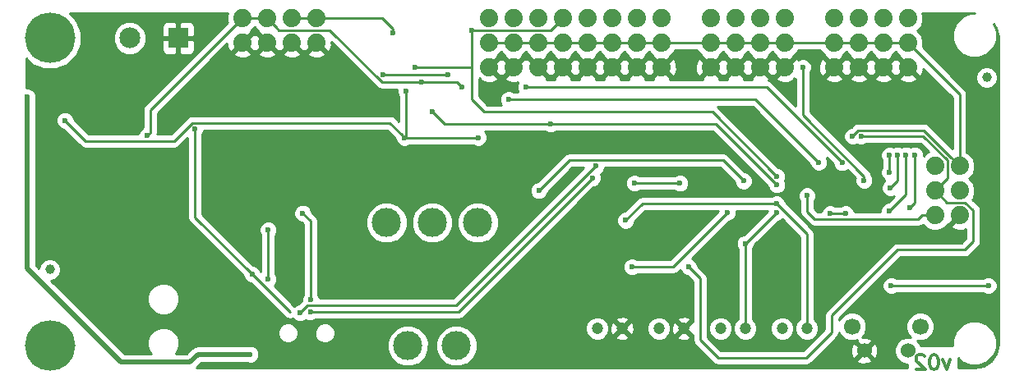
<source format=gbl>
G04 #@! TF.FileFunction,Copper,L2,Bot,Signal*
%FSLAX46Y46*%
G04 Gerber Fmt 4.6, Leading zero omitted, Abs format (unit mm)*
G04 Created by KiCad (PCBNEW 4.0.7) date 01/19/18 12:17:46*
%MOMM*%
%LPD*%
G01*
G04 APERTURE LIST*
%ADD10C,0.100000*%
%ADD11C,0.300000*%
%ADD12R,2.150000X2.150000*%
%ADD13C,2.150000*%
%ADD14C,1.879600*%
%ADD15C,1.200000*%
%ADD16C,5.200000*%
%ADD17C,0.500000*%
%ADD18C,1.700000*%
%ADD19C,1.524000*%
%ADD20C,0.998220*%
%ADD21C,3.000000*%
%ADD22C,0.600000*%
%ADD23C,0.250000*%
%ADD24C,0.508000*%
%ADD25C,0.254000*%
G04 APERTURE END LIST*
D10*
D11*
X196857713Y-115756571D02*
X196500570Y-116756571D01*
X196143428Y-115756571D01*
X195286285Y-115256571D02*
X195143428Y-115256571D01*
X195000571Y-115328000D01*
X194929142Y-115399429D01*
X194857713Y-115542286D01*
X194786285Y-115828000D01*
X194786285Y-116185143D01*
X194857713Y-116470857D01*
X194929142Y-116613714D01*
X195000571Y-116685143D01*
X195143428Y-116756571D01*
X195286285Y-116756571D01*
X195429142Y-116685143D01*
X195500571Y-116613714D01*
X195571999Y-116470857D01*
X195643428Y-116185143D01*
X195643428Y-115828000D01*
X195571999Y-115542286D01*
X195500571Y-115399429D01*
X195429142Y-115328000D01*
X195286285Y-115256571D01*
X194214857Y-115399429D02*
X194143428Y-115328000D01*
X194000571Y-115256571D01*
X193643428Y-115256571D01*
X193500571Y-115328000D01*
X193429142Y-115399429D01*
X193357714Y-115542286D01*
X193357714Y-115685143D01*
X193429142Y-115899429D01*
X194286285Y-116756571D01*
X193357714Y-116756571D01*
D12*
X117348000Y-82575400D03*
D13*
X112349280Y-82575400D03*
D14*
X195326000Y-95758000D03*
X197866000Y-95758000D03*
X195326000Y-98298000D03*
X197866000Y-98298000D03*
X195326000Y-100838000D03*
X197866000Y-100838000D03*
D15*
X182118000Y-112522000D03*
X179578000Y-112522000D03*
X175768000Y-112522000D03*
X173228000Y-112522000D03*
X163068000Y-112522000D03*
X160528000Y-112522000D03*
X169418000Y-112522000D03*
X166878000Y-112522000D03*
D16*
X104140000Y-82550000D03*
D17*
X106172000Y-82550000D03*
X102108000Y-82550000D03*
X104140000Y-80518000D03*
X104140000Y-84582000D03*
X105664000Y-84074000D03*
X105664000Y-81026000D03*
X102616000Y-81026000D03*
X102616000Y-84074000D03*
D16*
X104140000Y-114300000D03*
D17*
X106172000Y-114300000D03*
X102108000Y-114300000D03*
X104140000Y-112268000D03*
X104140000Y-116332000D03*
X105664000Y-115824000D03*
X105664000Y-112776000D03*
X102616000Y-112776000D03*
X102616000Y-115824000D03*
D18*
X193782000Y-112308000D03*
D19*
X192532000Y-114808000D03*
X188032000Y-114808000D03*
D18*
X186782000Y-112308000D03*
D14*
X159512000Y-83058000D03*
X162052000Y-83058000D03*
X164592000Y-83058000D03*
X167132000Y-83058000D03*
X184912000Y-83058000D03*
X187452000Y-83058000D03*
X189992000Y-83058000D03*
X192532000Y-83058000D03*
X172212000Y-83058000D03*
X174752000Y-83058000D03*
X177292000Y-83058000D03*
X179832000Y-83058000D03*
X149352000Y-83058000D03*
X151892000Y-83058000D03*
X154432000Y-83058000D03*
X156972000Y-83058000D03*
X159512000Y-80518000D03*
X162052000Y-80518000D03*
X164592000Y-80518000D03*
X167132000Y-80518000D03*
X149352000Y-80518000D03*
X151892000Y-80518000D03*
X154432000Y-80518000D03*
X156972000Y-80518000D03*
X159512000Y-85598000D03*
X162052000Y-85598000D03*
X164592000Y-85598000D03*
X167132000Y-85598000D03*
X184912000Y-85598000D03*
X187452000Y-85598000D03*
X189992000Y-85598000D03*
X192532000Y-85598000D03*
X172212000Y-85598000D03*
X174752000Y-85598000D03*
X177292000Y-85598000D03*
X179832000Y-85598000D03*
X149352000Y-85598000D03*
X151892000Y-85598000D03*
X154432000Y-85598000D03*
X156972000Y-85598000D03*
D20*
X200660000Y-86614000D03*
X104140000Y-106426000D03*
D14*
X131572000Y-80518000D03*
X129032000Y-80518000D03*
X126492000Y-80518000D03*
X123952000Y-80518000D03*
X123952000Y-83058000D03*
X126492000Y-83058000D03*
X129032000Y-83058000D03*
X131572000Y-83058000D03*
X184912000Y-80518000D03*
X187452000Y-80518000D03*
X189992000Y-80518000D03*
X192532000Y-80518000D03*
X172212000Y-80518000D03*
X174752000Y-80518000D03*
X177292000Y-80518000D03*
X179832000Y-80518000D03*
D21*
X138810000Y-101600000D03*
X143510000Y-101600000D03*
X148210000Y-101600000D03*
X141010000Y-114300000D03*
X146010000Y-114300000D03*
D22*
X185293000Y-98298000D03*
X146558000Y-87630000D03*
X142392400Y-87096600D03*
X186817000Y-92684600D03*
X184505600Y-100660200D03*
X186105800Y-100660200D03*
X130175000Y-100634800D03*
X114147600Y-92628720D03*
X173939200Y-100558600D03*
X164084000Y-106172000D03*
X130987800Y-109524800D03*
X139446000Y-82042000D03*
X140817600Y-88061800D03*
X105689400Y-91059000D03*
X148259800Y-92837000D03*
X140665200Y-92837000D03*
X175590200Y-97307400D03*
X154508200Y-98298000D03*
X182143400Y-98831400D03*
X163449000Y-101371400D03*
X178993800Y-99644200D03*
X175768000Y-103759000D03*
X178993800Y-100533200D03*
X160020000Y-97028000D03*
X130962400Y-110794800D03*
X160401000Y-95758000D03*
X129895600Y-110921800D03*
X119075200Y-91897200D03*
X124968000Y-106934000D03*
X187680600Y-92659200D03*
X169951400Y-106172000D03*
X181711600Y-85598000D03*
X188010800Y-97231200D03*
X190601600Y-96426020D03*
X190601600Y-94640400D03*
X183337200Y-95402400D03*
X151384000Y-88900000D03*
X185750200Y-95427800D03*
X153162000Y-87630000D03*
X191465200Y-94615000D03*
X190677800Y-98018600D03*
X192328800Y-94615000D03*
X190627000Y-100431600D03*
X193192400Y-94615000D03*
X192684400Y-100076000D03*
X190804800Y-108102400D03*
X200812400Y-108102400D03*
X138455400Y-86360000D03*
X145161000Y-86360000D03*
X155702000Y-91440000D03*
X143560800Y-90170000D03*
X179019200Y-97713800D03*
X141732000Y-85598000D03*
X179019200Y-96824800D03*
X147574000Y-81788000D03*
X101803200Y-88646000D03*
X124764800Y-115189000D03*
X126619000Y-102362000D03*
X126619000Y-107442000D03*
X169037000Y-97536000D03*
X164338000Y-97536000D03*
D23*
X146024600Y-87096600D02*
X142392400Y-87096600D01*
X146558000Y-87630000D02*
X146024600Y-87096600D01*
X142392400Y-87096600D02*
X138337446Y-87096600D01*
X127431799Y-81457799D02*
X126492000Y-80518000D01*
X127709201Y-81735201D02*
X127431799Y-81457799D01*
X132976047Y-81735201D02*
X127709201Y-81735201D01*
X138337446Y-87096600D02*
X132976047Y-81735201D01*
X151892000Y-83058000D02*
X149352000Y-83058000D01*
X186817000Y-92684600D02*
X187419801Y-92081799D01*
X187419801Y-92081799D02*
X194164399Y-92081799D01*
X194164399Y-92081799D02*
X196900801Y-94818201D01*
X196900801Y-94818201D02*
X197840600Y-95758000D01*
X197840600Y-95758000D02*
X197840600Y-88366600D01*
X197840600Y-88366600D02*
X192532000Y-83058000D01*
X123952000Y-80518000D02*
X114452400Y-90017600D01*
X114452400Y-90017600D02*
X114452400Y-92323920D01*
X114452400Y-92323920D02*
X114147600Y-92628720D01*
X126492000Y-80518000D02*
X125162923Y-80518000D01*
X125162923Y-80518000D02*
X123952000Y-80518000D01*
X184505600Y-100660200D02*
X186105800Y-100660200D01*
X189992000Y-83058000D02*
X192532000Y-83058000D01*
X187452000Y-83058000D02*
X188781077Y-83058000D01*
X188781077Y-83058000D02*
X189992000Y-83058000D01*
X184912000Y-83058000D02*
X187452000Y-83058000D01*
X179832000Y-83058000D02*
X181161077Y-83058000D01*
X181161077Y-83058000D02*
X184912000Y-83058000D01*
X177292000Y-83058000D02*
X178621077Y-83058000D01*
X178621077Y-83058000D02*
X179832000Y-83058000D01*
X174752000Y-83058000D02*
X177292000Y-83058000D01*
X172212000Y-83058000D02*
X174752000Y-83058000D01*
X167132000Y-83058000D02*
X172212000Y-83058000D01*
X164592000Y-83058000D02*
X167132000Y-83058000D01*
X162052000Y-83058000D02*
X163381077Y-83058000D01*
X163381077Y-83058000D02*
X164592000Y-83058000D01*
X159512000Y-83058000D02*
X162052000Y-83058000D01*
X156972000Y-83058000D02*
X159512000Y-83058000D01*
X154432000Y-83058000D02*
X156972000Y-83058000D01*
X152171400Y-83058000D02*
X154432000Y-83058000D01*
X130987800Y-109524800D02*
X130987800Y-101447600D01*
X130987800Y-101447600D02*
X130175000Y-100634800D01*
X173939200Y-100558600D02*
X168325800Y-106172000D01*
X168325800Y-106172000D02*
X164084000Y-106172000D01*
X139446000Y-82042000D02*
X139446000Y-81610200D01*
X138353800Y-80518000D02*
X131572000Y-80518000D01*
X139446000Y-81610200D02*
X138353800Y-80518000D01*
X140817600Y-88061800D02*
X140817600Y-92684600D01*
X140817600Y-92684600D02*
X140665200Y-92837000D01*
X105689400Y-91059000D02*
X107836521Y-93206121D01*
X107836521Y-93206121D02*
X116911725Y-93206121D01*
X118798047Y-91319799D02*
X139147999Y-91319799D01*
X116911725Y-93206121D02*
X118798047Y-91319799D01*
X139147999Y-91319799D02*
X140365201Y-92537001D01*
X140365201Y-92537001D02*
X140665200Y-92837000D01*
X131572000Y-80518000D02*
X130242923Y-80518000D01*
X130242923Y-80518000D02*
X129032000Y-80518000D01*
X140665200Y-92837000D02*
X148259800Y-92837000D01*
X154508200Y-98298000D02*
X157625601Y-95180599D01*
X157625601Y-95180599D02*
X173463399Y-95180599D01*
X173463399Y-95180599D02*
X175590200Y-97307400D01*
X182143400Y-100457000D02*
X182924001Y-101237601D01*
X193571922Y-101237601D02*
X193971523Y-100838000D01*
X182924001Y-101237601D02*
X193571922Y-101237601D01*
X193971523Y-100838000D02*
X195300600Y-100838000D01*
X182143400Y-98831400D02*
X182143400Y-100457000D01*
X163449000Y-101371400D02*
X165176200Y-99644200D01*
X165176200Y-99644200D02*
X178993800Y-99644200D01*
X182118000Y-112522000D02*
X182118000Y-102768400D01*
X182118000Y-102768400D02*
X178993800Y-99644200D01*
X178993800Y-100533200D02*
X175768000Y-103759000D01*
X175768000Y-103759000D02*
X175768000Y-112522000D01*
X130962400Y-110794800D02*
X146253200Y-110794800D01*
X146253200Y-110794800D02*
X160020000Y-97028000D01*
X129895600Y-110921800D02*
X130647601Y-110169799D01*
X130647601Y-110169799D02*
X145989201Y-110169799D01*
X145989201Y-110169799D02*
X160401000Y-95758000D01*
X128854200Y-110820200D02*
X124968000Y-106934000D01*
X124968000Y-106934000D02*
X119075200Y-101041200D01*
X119075200Y-101041200D02*
X119075200Y-91897200D01*
X196596000Y-95146344D02*
X194108856Y-92659200D01*
X196596000Y-97002600D02*
X196596000Y-95146344D01*
X196517801Y-99515201D02*
X195300600Y-98298000D01*
X195300600Y-98298000D02*
X196596000Y-97002600D01*
X194108856Y-92659200D02*
X187680600Y-92659200D01*
X199263000Y-100353344D02*
X198424857Y-99515201D01*
X199263000Y-103505000D02*
X199263000Y-100353344D01*
X198424857Y-99515201D02*
X196517801Y-99515201D01*
X198348600Y-104419400D02*
X199263000Y-103505000D01*
X191439800Y-104419400D02*
X198348600Y-104419400D01*
X184683400Y-111175800D02*
X191439800Y-104419400D01*
X184683400Y-112903000D02*
X184683400Y-111175800D01*
X182041800Y-115544600D02*
X184683400Y-112903000D01*
X172948600Y-115544600D02*
X182041800Y-115544600D01*
X171119800Y-113715800D02*
X172948600Y-115544600D01*
X171119800Y-107340400D02*
X171119800Y-113715800D01*
X169951400Y-106172000D02*
X171119800Y-107340400D01*
X188010800Y-97231200D02*
X188010800Y-96806936D01*
X188010800Y-96806936D02*
X181711600Y-90507736D01*
X181711600Y-90507736D02*
X181711600Y-85598000D01*
X190601600Y-94640400D02*
X190601600Y-96426020D01*
X176834800Y-88900000D02*
X183337200Y-95402400D01*
X156616400Y-88900000D02*
X176834800Y-88900000D01*
X151384000Y-88900000D02*
X156616400Y-88900000D01*
X153162000Y-87630000D02*
X177977800Y-87655400D01*
X177977800Y-87655400D02*
X185750200Y-95427800D01*
X191465200Y-94615000D02*
X191465200Y-97231200D01*
X191465200Y-97231200D02*
X190677800Y-98018600D01*
X192328800Y-94615000D02*
X192328800Y-98729800D01*
X192328800Y-98729800D02*
X190627000Y-100431600D01*
X193192400Y-94615000D02*
X193192400Y-99568000D01*
X193192400Y-99568000D02*
X192684400Y-100076000D01*
X200812400Y-108102400D02*
X190804800Y-108102400D01*
X138455400Y-86360000D02*
X143002000Y-86360000D01*
X143002000Y-86360000D02*
X145161000Y-86360000D01*
X144830800Y-91440000D02*
X155702000Y-91440000D01*
X155702000Y-91440000D02*
X172745400Y-91440000D01*
X172745400Y-91440000D02*
X179019200Y-97713800D01*
X143560800Y-90170000D02*
X144830800Y-91440000D01*
X147574000Y-85598000D02*
X146558000Y-85598000D01*
X146558000Y-85598000D02*
X141732000Y-85598000D01*
X148869400Y-90195400D02*
X147574000Y-88900000D01*
X151333200Y-90195400D02*
X149885400Y-90195400D01*
X172389800Y-90195400D02*
X151333200Y-90195400D01*
X179019200Y-96824800D02*
X172389800Y-90195400D01*
X149885400Y-90195400D02*
X148869400Y-90195400D01*
X147574000Y-88900000D02*
X147574000Y-85598000D01*
X147574000Y-85598000D02*
X147574000Y-81788000D01*
X155702000Y-81788000D02*
X156972000Y-80518000D01*
X147574000Y-81788000D02*
X155702000Y-81788000D01*
D24*
X102209600Y-106756200D02*
X101803200Y-106349800D01*
X101803200Y-106349800D02*
X101803200Y-88646000D01*
X111455200Y-116001800D02*
X102209600Y-106756200D01*
X118567200Y-116001800D02*
X111455200Y-116001800D01*
X119380000Y-115189000D02*
X118567200Y-116001800D01*
X124764800Y-115189000D02*
X119380000Y-115189000D01*
D23*
X126619000Y-107442000D02*
X126619000Y-102362000D01*
X164338000Y-97536000D02*
X169037000Y-97536000D01*
D25*
G36*
X122377474Y-80203379D02*
X122376927Y-80829873D01*
X122432011Y-80963187D01*
X113914999Y-89480199D01*
X113750252Y-89726761D01*
X113692400Y-90017600D01*
X113692400Y-91805133D01*
X113618657Y-91835603D01*
X113355408Y-92098393D01*
X113212762Y-92441921D01*
X113212758Y-92446121D01*
X108151323Y-92446121D01*
X106624522Y-90919320D01*
X106624562Y-90873833D01*
X106482517Y-90530057D01*
X106219727Y-90266808D01*
X105876199Y-90124162D01*
X105504233Y-90123838D01*
X105160457Y-90265883D01*
X104897208Y-90528673D01*
X104754562Y-90872201D01*
X104754238Y-91244167D01*
X104896283Y-91587943D01*
X105159073Y-91851192D01*
X105502601Y-91993838D01*
X105549477Y-91993879D01*
X107299120Y-93743522D01*
X107545682Y-93908269D01*
X107836521Y-93966121D01*
X116911725Y-93966121D01*
X117202564Y-93908269D01*
X117449126Y-93743522D01*
X118315200Y-92877448D01*
X118315200Y-101041200D01*
X118373052Y-101332039D01*
X118537799Y-101578601D01*
X124032878Y-107073680D01*
X124032838Y-107119167D01*
X124174883Y-107462943D01*
X124437673Y-107726192D01*
X124781201Y-107868838D01*
X124828077Y-107868879D01*
X128316799Y-111357601D01*
X128563361Y-111522348D01*
X128854200Y-111580200D01*
X129145040Y-111522348D01*
X129162390Y-111510755D01*
X129365273Y-111713992D01*
X129708801Y-111856638D01*
X130080767Y-111856962D01*
X130424543Y-111714917D01*
X130517258Y-111622364D01*
X130775601Y-111729638D01*
X131147567Y-111729962D01*
X131491343Y-111587917D01*
X131524518Y-111554800D01*
X146253200Y-111554800D01*
X146544039Y-111496948D01*
X146790601Y-111332201D01*
X160159680Y-97963122D01*
X160205167Y-97963162D01*
X160548943Y-97821117D01*
X160649067Y-97721167D01*
X163402838Y-97721167D01*
X163544883Y-98064943D01*
X163807673Y-98328192D01*
X164151201Y-98470838D01*
X164523167Y-98471162D01*
X164866943Y-98329117D01*
X164900118Y-98296000D01*
X168474537Y-98296000D01*
X168506673Y-98328192D01*
X168850201Y-98470838D01*
X169222167Y-98471162D01*
X169565943Y-98329117D01*
X169829192Y-98066327D01*
X169971838Y-97722799D01*
X169972162Y-97350833D01*
X169830117Y-97007057D01*
X169567327Y-96743808D01*
X169223799Y-96601162D01*
X168851833Y-96600838D01*
X168508057Y-96742883D01*
X168474882Y-96776000D01*
X164900463Y-96776000D01*
X164868327Y-96743808D01*
X164524799Y-96601162D01*
X164152833Y-96600838D01*
X163809057Y-96742883D01*
X163545808Y-97005673D01*
X163403162Y-97349201D01*
X163402838Y-97721167D01*
X160649067Y-97721167D01*
X160812192Y-97558327D01*
X160954838Y-97214799D01*
X160955162Y-96842833D01*
X160848527Y-96584757D01*
X160929943Y-96551117D01*
X161193192Y-96288327D01*
X161335838Y-95944799D01*
X161335842Y-95940599D01*
X173148597Y-95940599D01*
X174655078Y-97447080D01*
X174655038Y-97492567D01*
X174797083Y-97836343D01*
X175059873Y-98099592D01*
X175403401Y-98242238D01*
X175775367Y-98242562D01*
X176119143Y-98100517D01*
X176382392Y-97837727D01*
X176525038Y-97494199D01*
X176525362Y-97122233D01*
X176383317Y-96778457D01*
X176120527Y-96515208D01*
X175776999Y-96372562D01*
X175730123Y-96372521D01*
X174000800Y-94643198D01*
X173754238Y-94478451D01*
X173463399Y-94420599D01*
X157625601Y-94420599D01*
X157334762Y-94478451D01*
X157088200Y-94643198D01*
X154368520Y-97362878D01*
X154323033Y-97362838D01*
X153979257Y-97504883D01*
X153716008Y-97767673D01*
X153573362Y-98111201D01*
X153573038Y-98483167D01*
X153715083Y-98826943D01*
X153977873Y-99090192D01*
X154321401Y-99232838D01*
X154693367Y-99233162D01*
X155037143Y-99091117D01*
X155300392Y-98828327D01*
X155443038Y-98484799D01*
X155443079Y-98437923D01*
X157940403Y-95940599D01*
X159143599Y-95940599D01*
X145674399Y-109409799D01*
X131922901Y-109409799D01*
X131922962Y-109339633D01*
X131780917Y-108995857D01*
X131747800Y-108962682D01*
X131747800Y-102022815D01*
X136674630Y-102022815D01*
X136998980Y-102807800D01*
X137599041Y-103408909D01*
X138383459Y-103734628D01*
X139232815Y-103735370D01*
X140017800Y-103411020D01*
X140618909Y-102810959D01*
X140944628Y-102026541D01*
X140944631Y-102022815D01*
X141374630Y-102022815D01*
X141698980Y-102807800D01*
X142299041Y-103408909D01*
X143083459Y-103734628D01*
X143932815Y-103735370D01*
X144717800Y-103411020D01*
X145318909Y-102810959D01*
X145644628Y-102026541D01*
X145644631Y-102022815D01*
X146074630Y-102022815D01*
X146398980Y-102807800D01*
X146999041Y-103408909D01*
X147783459Y-103734628D01*
X148632815Y-103735370D01*
X149417800Y-103411020D01*
X150018909Y-102810959D01*
X150344628Y-102026541D01*
X150345370Y-101177185D01*
X150021020Y-100392200D01*
X149420959Y-99791091D01*
X148636541Y-99465372D01*
X147787185Y-99464630D01*
X147002200Y-99788980D01*
X146401091Y-100389041D01*
X146075372Y-101173459D01*
X146074630Y-102022815D01*
X145644631Y-102022815D01*
X145645370Y-101177185D01*
X145321020Y-100392200D01*
X144720959Y-99791091D01*
X143936541Y-99465372D01*
X143087185Y-99464630D01*
X142302200Y-99788980D01*
X141701091Y-100389041D01*
X141375372Y-101173459D01*
X141374630Y-102022815D01*
X140944631Y-102022815D01*
X140945370Y-101177185D01*
X140621020Y-100392200D01*
X140020959Y-99791091D01*
X139236541Y-99465372D01*
X138387185Y-99464630D01*
X137602200Y-99788980D01*
X137001091Y-100389041D01*
X136675372Y-101173459D01*
X136674630Y-102022815D01*
X131747800Y-102022815D01*
X131747800Y-101447600D01*
X131689948Y-101156761D01*
X131525201Y-100910199D01*
X131110122Y-100495120D01*
X131110162Y-100449633D01*
X130968117Y-100105857D01*
X130705327Y-99842608D01*
X130361799Y-99699962D01*
X129989833Y-99699638D01*
X129646057Y-99841683D01*
X129382808Y-100104473D01*
X129240162Y-100448001D01*
X129239838Y-100819967D01*
X129381883Y-101163743D01*
X129644673Y-101426992D01*
X129988201Y-101569638D01*
X130035077Y-101569679D01*
X130227800Y-101762402D01*
X130227800Y-108962337D01*
X130195608Y-108994473D01*
X130052962Y-109338001D01*
X130052655Y-109689943D01*
X129755920Y-109986678D01*
X129710433Y-109986638D01*
X129366657Y-110128683D01*
X129302015Y-110193213D01*
X127246017Y-108137215D01*
X127411192Y-107972327D01*
X127553838Y-107628799D01*
X127554162Y-107256833D01*
X127412117Y-106913057D01*
X127379000Y-106879882D01*
X127379000Y-102924463D01*
X127411192Y-102892327D01*
X127553838Y-102548799D01*
X127554162Y-102176833D01*
X127412117Y-101833057D01*
X127149327Y-101569808D01*
X126805799Y-101427162D01*
X126433833Y-101426838D01*
X126090057Y-101568883D01*
X125826808Y-101831673D01*
X125684162Y-102175201D01*
X125683838Y-102547167D01*
X125825883Y-102890943D01*
X125859000Y-102924118D01*
X125859000Y-106641953D01*
X125761117Y-106405057D01*
X125498327Y-106141808D01*
X125154799Y-105999162D01*
X125107923Y-105999121D01*
X119835200Y-100726398D01*
X119835200Y-92459663D01*
X119867392Y-92427527D01*
X120010038Y-92083999D01*
X120010042Y-92079799D01*
X138833197Y-92079799D01*
X139730078Y-92976680D01*
X139730038Y-93022167D01*
X139872083Y-93365943D01*
X140134873Y-93629192D01*
X140478401Y-93771838D01*
X140850367Y-93772162D01*
X141194143Y-93630117D01*
X141227318Y-93597000D01*
X147697337Y-93597000D01*
X147729473Y-93629192D01*
X148073001Y-93771838D01*
X148444967Y-93772162D01*
X148788743Y-93630117D01*
X149051992Y-93367327D01*
X149194638Y-93023799D01*
X149194962Y-92651833D01*
X149052917Y-92308057D01*
X148945048Y-92200000D01*
X155139537Y-92200000D01*
X155171673Y-92232192D01*
X155515201Y-92374838D01*
X155887167Y-92375162D01*
X156230943Y-92233117D01*
X156264118Y-92200000D01*
X172430598Y-92200000D01*
X178084078Y-97853480D01*
X178084038Y-97898967D01*
X178226083Y-98242743D01*
X178488873Y-98505992D01*
X178832401Y-98648638D01*
X179204367Y-98648962D01*
X179548143Y-98506917D01*
X179811392Y-98244127D01*
X179954038Y-97900599D01*
X179954362Y-97528633D01*
X179847120Y-97269086D01*
X179954038Y-97011599D01*
X179954362Y-96639633D01*
X179812317Y-96295857D01*
X179549527Y-96032608D01*
X179205999Y-95889962D01*
X179159123Y-95889921D01*
X172929202Y-89660000D01*
X176519998Y-89660000D01*
X182402078Y-95542080D01*
X182402038Y-95587567D01*
X182544083Y-95931343D01*
X182806873Y-96194592D01*
X183150401Y-96337238D01*
X183522367Y-96337562D01*
X183866143Y-96195517D01*
X184129392Y-95932727D01*
X184272038Y-95589199D01*
X184272362Y-95217233D01*
X184136839Y-94889242D01*
X184815078Y-95567481D01*
X184815038Y-95612967D01*
X184957083Y-95956743D01*
X185219873Y-96219992D01*
X185563401Y-96362638D01*
X185935367Y-96362962D01*
X186279143Y-96220917D01*
X186314592Y-96185530D01*
X187104569Y-96975507D01*
X187075962Y-97044401D01*
X187075638Y-97416367D01*
X187217683Y-97760143D01*
X187480473Y-98023392D01*
X187824001Y-98166038D01*
X188195967Y-98166362D01*
X188539743Y-98024317D01*
X188802992Y-97761527D01*
X188945638Y-97417999D01*
X188945962Y-97046033D01*
X188803917Y-96702257D01*
X188736555Y-96634778D01*
X188712948Y-96516097D01*
X188548201Y-96269535D01*
X182471600Y-90192934D01*
X182471600Y-86706968D01*
X183982637Y-86706968D01*
X184073923Y-86967580D01*
X184661833Y-87184045D01*
X185287828Y-87159049D01*
X185750077Y-86967580D01*
X185841363Y-86706968D01*
X186522637Y-86706968D01*
X186613923Y-86967580D01*
X187201833Y-87184045D01*
X187827828Y-87159049D01*
X188290077Y-86967580D01*
X188381363Y-86706968D01*
X189062637Y-86706968D01*
X189153923Y-86967580D01*
X189741833Y-87184045D01*
X190367828Y-87159049D01*
X190830077Y-86967580D01*
X190921363Y-86706968D01*
X191602637Y-86706968D01*
X191693923Y-86967580D01*
X192281833Y-87184045D01*
X192907828Y-87159049D01*
X193370077Y-86967580D01*
X193461363Y-86706968D01*
X192532000Y-85777605D01*
X191602637Y-86706968D01*
X190921363Y-86706968D01*
X189992000Y-85777605D01*
X189062637Y-86706968D01*
X188381363Y-86706968D01*
X187452000Y-85777605D01*
X186522637Y-86706968D01*
X185841363Y-86706968D01*
X184912000Y-85777605D01*
X183982637Y-86706968D01*
X182471600Y-86706968D01*
X182471600Y-86160463D01*
X182503792Y-86128327D01*
X182646438Y-85784799D01*
X182646762Y-85412833D01*
X182619905Y-85347833D01*
X183325955Y-85347833D01*
X183350951Y-85973828D01*
X183542420Y-86436077D01*
X183803032Y-86527363D01*
X184732395Y-85598000D01*
X185091605Y-85598000D01*
X186020968Y-86527363D01*
X186182000Y-86470957D01*
X186343032Y-86527363D01*
X187272395Y-85598000D01*
X187631605Y-85598000D01*
X188560968Y-86527363D01*
X188722000Y-86470957D01*
X188883032Y-86527363D01*
X189812395Y-85598000D01*
X190171605Y-85598000D01*
X191100968Y-86527363D01*
X191262000Y-86470957D01*
X191423032Y-86527363D01*
X192352395Y-85598000D01*
X191423032Y-84668637D01*
X191262000Y-84725043D01*
X191100968Y-84668637D01*
X190171605Y-85598000D01*
X189812395Y-85598000D01*
X188883032Y-84668637D01*
X188722000Y-84725043D01*
X188560968Y-84668637D01*
X187631605Y-85598000D01*
X187272395Y-85598000D01*
X186343032Y-84668637D01*
X186182000Y-84725043D01*
X186020968Y-84668637D01*
X185091605Y-85598000D01*
X184732395Y-85598000D01*
X183803032Y-84668637D01*
X183542420Y-84759923D01*
X183325955Y-85347833D01*
X182619905Y-85347833D01*
X182504717Y-85069057D01*
X182241927Y-84805808D01*
X181898399Y-84663162D01*
X181526433Y-84662838D01*
X181214716Y-84791636D01*
X181201580Y-84759923D01*
X180940968Y-84668637D01*
X180011605Y-85598000D01*
X180025748Y-85612143D01*
X179846143Y-85791748D01*
X179832000Y-85777605D01*
X178902637Y-86706968D01*
X178993923Y-86967580D01*
X179581833Y-87184045D01*
X180207828Y-87159049D01*
X180670077Y-86967580D01*
X180761362Y-86706970D01*
X180875804Y-86821412D01*
X180951600Y-86745616D01*
X180951600Y-89554398D01*
X178515201Y-87117999D01*
X178392526Y-87036031D01*
X178269358Y-86953550D01*
X178268968Y-86953472D01*
X178268639Y-86953252D01*
X178143794Y-86928419D01*
X178221363Y-86706968D01*
X177292000Y-85777605D01*
X176362637Y-86706968D01*
X176428084Y-86893813D01*
X175616207Y-86892982D01*
X175681363Y-86706968D01*
X174752000Y-85777605D01*
X173822637Y-86706968D01*
X173887173Y-86891212D01*
X173077117Y-86890383D01*
X173141363Y-86706968D01*
X172212000Y-85777605D01*
X171282637Y-86706968D01*
X171346262Y-86888612D01*
X167998938Y-86885185D01*
X168061363Y-86706968D01*
X167132000Y-85777605D01*
X166202637Y-86706968D01*
X166264440Y-86883410D01*
X165459848Y-86882587D01*
X165521363Y-86706968D01*
X164592000Y-85777605D01*
X163662637Y-86706968D01*
X163723529Y-86880809D01*
X162920758Y-86879988D01*
X162981363Y-86706968D01*
X162052000Y-85777605D01*
X161122637Y-86706968D01*
X161182618Y-86878209D01*
X160381669Y-86877389D01*
X160441363Y-86706968D01*
X159512000Y-85777605D01*
X158582637Y-86706968D01*
X158641707Y-86875608D01*
X157842579Y-86874790D01*
X157901363Y-86706968D01*
X156972000Y-85777605D01*
X156042637Y-86706968D01*
X156100796Y-86873007D01*
X155303489Y-86872191D01*
X155361363Y-86706968D01*
X154432000Y-85777605D01*
X154417858Y-85791748D01*
X154238253Y-85612143D01*
X154252395Y-85598000D01*
X154611605Y-85598000D01*
X155540968Y-86527363D01*
X155702000Y-86470957D01*
X155863032Y-86527363D01*
X156792395Y-85598000D01*
X157151605Y-85598000D01*
X158080968Y-86527363D01*
X158242000Y-86470957D01*
X158403032Y-86527363D01*
X159332395Y-85598000D01*
X159691605Y-85598000D01*
X160620968Y-86527363D01*
X160782000Y-86470957D01*
X160943032Y-86527363D01*
X161872395Y-85598000D01*
X162231605Y-85598000D01*
X163160968Y-86527363D01*
X163322000Y-86470957D01*
X163483032Y-86527363D01*
X164412395Y-85598000D01*
X164771605Y-85598000D01*
X165700968Y-86527363D01*
X165862000Y-86470957D01*
X166023032Y-86527363D01*
X166952395Y-85598000D01*
X167311605Y-85598000D01*
X168240968Y-86527363D01*
X168501580Y-86436077D01*
X168718045Y-85848167D01*
X168698067Y-85347833D01*
X170625955Y-85347833D01*
X170650951Y-85973828D01*
X170842420Y-86436077D01*
X171103032Y-86527363D01*
X172032395Y-85598000D01*
X172391605Y-85598000D01*
X173320968Y-86527363D01*
X173482000Y-86470957D01*
X173643032Y-86527363D01*
X174572395Y-85598000D01*
X174931605Y-85598000D01*
X175860968Y-86527363D01*
X176022000Y-86470957D01*
X176183032Y-86527363D01*
X177112395Y-85598000D01*
X177471605Y-85598000D01*
X178400968Y-86527363D01*
X178562000Y-86470957D01*
X178723032Y-86527363D01*
X179652395Y-85598000D01*
X178723032Y-84668637D01*
X178562000Y-84725043D01*
X178400968Y-84668637D01*
X177471605Y-85598000D01*
X177112395Y-85598000D01*
X176183032Y-84668637D01*
X176022000Y-84725043D01*
X175860968Y-84668637D01*
X174931605Y-85598000D01*
X174572395Y-85598000D01*
X173643032Y-84668637D01*
X173482000Y-84725043D01*
X173320968Y-84668637D01*
X172391605Y-85598000D01*
X172032395Y-85598000D01*
X171103032Y-84668637D01*
X170842420Y-84759923D01*
X170625955Y-85347833D01*
X168698067Y-85347833D01*
X168693049Y-85222172D01*
X168501580Y-84759923D01*
X168240968Y-84668637D01*
X167311605Y-85598000D01*
X166952395Y-85598000D01*
X166023032Y-84668637D01*
X165862000Y-84725043D01*
X165700968Y-84668637D01*
X164771605Y-85598000D01*
X164412395Y-85598000D01*
X163483032Y-84668637D01*
X163322000Y-84725043D01*
X163160968Y-84668637D01*
X162231605Y-85598000D01*
X161872395Y-85598000D01*
X160943032Y-84668637D01*
X160782000Y-84725043D01*
X160620968Y-84668637D01*
X159691605Y-85598000D01*
X159332395Y-85598000D01*
X158403032Y-84668637D01*
X158242000Y-84725043D01*
X158080968Y-84668637D01*
X157151605Y-85598000D01*
X156792395Y-85598000D01*
X155863032Y-84668637D01*
X155702000Y-84725043D01*
X155540968Y-84668637D01*
X154611605Y-85598000D01*
X154252395Y-85598000D01*
X153323032Y-84668637D01*
X153162000Y-84725043D01*
X153000968Y-84668637D01*
X152071605Y-85598000D01*
X152085748Y-85612143D01*
X151906143Y-85791748D01*
X151892000Y-85777605D01*
X150962637Y-86706968D01*
X151053923Y-86967580D01*
X151641833Y-87184045D01*
X152267828Y-87159049D01*
X152361215Y-87120367D01*
X152227162Y-87443201D01*
X152226838Y-87815167D01*
X152361056Y-88140000D01*
X151946463Y-88140000D01*
X151914327Y-88107808D01*
X151570799Y-87965162D01*
X151198833Y-87964838D01*
X150855057Y-88106883D01*
X150591808Y-88369673D01*
X150449162Y-88713201D01*
X150448838Y-89085167D01*
X150590883Y-89428943D01*
X150597329Y-89435400D01*
X149184202Y-89435400D01*
X148334000Y-88585198D01*
X148334000Y-86795608D01*
X148422638Y-86706970D01*
X148513923Y-86967580D01*
X149101833Y-87184045D01*
X149727828Y-87159049D01*
X150190077Y-86967580D01*
X150281363Y-86706968D01*
X149352000Y-85777605D01*
X149337858Y-85791748D01*
X149158253Y-85612143D01*
X149172395Y-85598000D01*
X149531605Y-85598000D01*
X150460968Y-86527363D01*
X150622000Y-86470957D01*
X150783032Y-86527363D01*
X151712395Y-85598000D01*
X150783032Y-84668637D01*
X150622000Y-84725043D01*
X150460968Y-84668637D01*
X149531605Y-85598000D01*
X149172395Y-85598000D01*
X149158253Y-85583858D01*
X149337858Y-85404253D01*
X149352000Y-85418395D01*
X150281363Y-84489032D01*
X150246687Y-84390036D01*
X150622273Y-84015104D01*
X150997115Y-84390601D01*
X150962637Y-84489032D01*
X151892000Y-85418395D01*
X152821363Y-84489032D01*
X152786687Y-84390036D01*
X153162273Y-84015104D01*
X153537115Y-84390601D01*
X153502637Y-84489032D01*
X154432000Y-85418395D01*
X155361363Y-84489032D01*
X155326687Y-84390036D01*
X155702273Y-84015104D01*
X156077115Y-84390601D01*
X156042637Y-84489032D01*
X156972000Y-85418395D01*
X157901363Y-84489032D01*
X157866687Y-84390036D01*
X158242273Y-84015104D01*
X158617115Y-84390601D01*
X158582637Y-84489032D01*
X159512000Y-85418395D01*
X160441363Y-84489032D01*
X160406687Y-84390036D01*
X160782273Y-84015104D01*
X161157115Y-84390601D01*
X161122637Y-84489032D01*
X162052000Y-85418395D01*
X162981363Y-84489032D01*
X162946687Y-84390036D01*
X163322273Y-84015104D01*
X163697115Y-84390601D01*
X163662637Y-84489032D01*
X164592000Y-85418395D01*
X165521363Y-84489032D01*
X165486687Y-84390036D01*
X165862273Y-84015104D01*
X166237115Y-84390601D01*
X166202637Y-84489032D01*
X167132000Y-85418395D01*
X168061363Y-84489032D01*
X168026687Y-84390036D01*
X168466272Y-83951217D01*
X168521589Y-83818000D01*
X170822090Y-83818000D01*
X170876171Y-83948887D01*
X171317115Y-84390601D01*
X171282637Y-84489032D01*
X172212000Y-85418395D01*
X173141363Y-84489032D01*
X173106687Y-84390036D01*
X173482273Y-84015104D01*
X173857115Y-84390601D01*
X173822637Y-84489032D01*
X174752000Y-85418395D01*
X175681363Y-84489032D01*
X175646687Y-84390036D01*
X176022273Y-84015104D01*
X176397115Y-84390601D01*
X176362637Y-84489032D01*
X177292000Y-85418395D01*
X178221363Y-84489032D01*
X178186687Y-84390036D01*
X178562273Y-84015104D01*
X178937115Y-84390601D01*
X178902637Y-84489032D01*
X179832000Y-85418395D01*
X180761363Y-84489032D01*
X180726687Y-84390036D01*
X181166272Y-83951217D01*
X181221589Y-83818000D01*
X183522090Y-83818000D01*
X183576171Y-83948887D01*
X184017115Y-84390601D01*
X183982637Y-84489032D01*
X184912000Y-85418395D01*
X185841363Y-84489032D01*
X185806687Y-84390036D01*
X186182273Y-84015104D01*
X186557115Y-84390601D01*
X186522637Y-84489032D01*
X187452000Y-85418395D01*
X188381363Y-84489032D01*
X188346687Y-84390036D01*
X188722273Y-84015104D01*
X189097115Y-84390601D01*
X189062637Y-84489032D01*
X189992000Y-85418395D01*
X190921363Y-84489032D01*
X190886687Y-84390036D01*
X191262273Y-84015104D01*
X191637115Y-84390601D01*
X191602637Y-84489032D01*
X192532000Y-85418395D01*
X192546143Y-85404253D01*
X192725748Y-85583858D01*
X192711605Y-85598000D01*
X193640968Y-86527363D01*
X193901580Y-86436077D01*
X194118045Y-85848167D01*
X194112666Y-85713468D01*
X197080600Y-88681402D01*
X197080600Y-93923198D01*
X194701800Y-91544398D01*
X194455238Y-91379651D01*
X194164399Y-91321799D01*
X187419801Y-91321799D01*
X187128961Y-91379651D01*
X186882400Y-91544398D01*
X186677320Y-91749478D01*
X186631833Y-91749438D01*
X186288057Y-91891483D01*
X186024808Y-92154273D01*
X185882162Y-92497801D01*
X185881838Y-92869767D01*
X186023883Y-93213543D01*
X186286673Y-93476792D01*
X186630201Y-93619438D01*
X187002167Y-93619762D01*
X187279643Y-93505111D01*
X187493801Y-93594038D01*
X187865767Y-93594362D01*
X188209543Y-93452317D01*
X188242718Y-93419200D01*
X193794054Y-93419200D01*
X194691208Y-94316354D01*
X194435113Y-94422171D01*
X194127301Y-94729446D01*
X194127562Y-94429833D01*
X193985517Y-94086057D01*
X193722727Y-93822808D01*
X193379199Y-93680162D01*
X193007233Y-93679838D01*
X192760417Y-93781820D01*
X192515599Y-93680162D01*
X192143633Y-93679838D01*
X191896817Y-93781820D01*
X191651999Y-93680162D01*
X191280033Y-93679838D01*
X191002557Y-93794489D01*
X190788399Y-93705562D01*
X190416433Y-93705238D01*
X190072657Y-93847283D01*
X189809408Y-94110073D01*
X189666762Y-94453601D01*
X189666438Y-94825567D01*
X189808483Y-95169343D01*
X189841600Y-95202518D01*
X189841600Y-95863557D01*
X189809408Y-95895693D01*
X189666762Y-96239221D01*
X189666438Y-96611187D01*
X189808483Y-96954963D01*
X190071273Y-97218212D01*
X190131209Y-97243100D01*
X189885608Y-97488273D01*
X189742962Y-97831801D01*
X189742638Y-98203767D01*
X189884683Y-98547543D01*
X190147473Y-98810792D01*
X190491001Y-98953438D01*
X190862967Y-98953762D01*
X191147674Y-98836124D01*
X190487320Y-99496478D01*
X190441833Y-99496438D01*
X190098057Y-99638483D01*
X189834808Y-99901273D01*
X189692162Y-100244801D01*
X189691959Y-100477601D01*
X187040960Y-100477601D01*
X187040962Y-100475033D01*
X186898917Y-100131257D01*
X186636127Y-99868008D01*
X186292599Y-99725362D01*
X185920633Y-99725038D01*
X185576857Y-99867083D01*
X185543682Y-99900200D01*
X185068063Y-99900200D01*
X185035927Y-99868008D01*
X184692399Y-99725362D01*
X184320433Y-99725038D01*
X183976657Y-99867083D01*
X183713408Y-100129873D01*
X183570762Y-100473401D01*
X183570758Y-100477601D01*
X183238803Y-100477601D01*
X182903400Y-100142198D01*
X182903400Y-99393863D01*
X182935592Y-99361727D01*
X183078238Y-99018199D01*
X183078562Y-98646233D01*
X182936517Y-98302457D01*
X182673727Y-98039208D01*
X182330199Y-97896562D01*
X181958233Y-97896238D01*
X181614457Y-98038283D01*
X181351208Y-98301073D01*
X181208562Y-98644601D01*
X181208238Y-99016567D01*
X181350283Y-99360343D01*
X181383400Y-99393518D01*
X181383400Y-100457000D01*
X181441252Y-100747839D01*
X181605999Y-100994401D01*
X182386600Y-101775002D01*
X182633162Y-101939749D01*
X182924001Y-101997601D01*
X193571922Y-101997601D01*
X193862761Y-101939749D01*
X194065462Y-101804309D01*
X194432783Y-102172272D01*
X195011379Y-102412526D01*
X195637873Y-102413073D01*
X196216887Y-102173829D01*
X196658601Y-101732885D01*
X196757032Y-101767363D01*
X197686395Y-100838000D01*
X197672253Y-100823858D01*
X197851858Y-100644253D01*
X197866000Y-100658395D01*
X197880143Y-100644253D01*
X198059748Y-100823858D01*
X198045605Y-100838000D01*
X198059748Y-100852143D01*
X197880143Y-101031748D01*
X197866000Y-101017605D01*
X196936637Y-101946968D01*
X197027923Y-102207580D01*
X197615833Y-102424045D01*
X198241828Y-102399049D01*
X198503000Y-102290868D01*
X198503000Y-103190198D01*
X198033798Y-103659400D01*
X191439800Y-103659400D01*
X191148961Y-103717252D01*
X190902399Y-103881999D01*
X184145999Y-110638399D01*
X183981252Y-110884961D01*
X183923400Y-111175800D01*
X183923400Y-112588198D01*
X181726998Y-114784600D01*
X173263402Y-114784600D01*
X171879800Y-113400998D01*
X171879800Y-112766579D01*
X171992786Y-112766579D01*
X172180408Y-113220657D01*
X172527515Y-113568371D01*
X172981266Y-113756785D01*
X173472579Y-113757214D01*
X173926657Y-113569592D01*
X174274371Y-113222485D01*
X174462785Y-112768734D01*
X174463214Y-112277421D01*
X174275592Y-111823343D01*
X173928485Y-111475629D01*
X173474734Y-111287215D01*
X172983421Y-111286786D01*
X172529343Y-111474408D01*
X172181629Y-111821515D01*
X171993215Y-112275266D01*
X171992786Y-112766579D01*
X171879800Y-112766579D01*
X171879800Y-107340400D01*
X171821948Y-107049561D01*
X171657201Y-106802999D01*
X170886522Y-106032320D01*
X170886562Y-105986833D01*
X170744517Y-105643057D01*
X170481727Y-105379808D01*
X170277568Y-105295034D01*
X174078880Y-101493722D01*
X174124367Y-101493762D01*
X174468143Y-101351717D01*
X174731392Y-101088927D01*
X174874038Y-100745399D01*
X174874335Y-100404200D01*
X178047998Y-100404200D01*
X175628320Y-102823878D01*
X175582833Y-102823838D01*
X175239057Y-102965883D01*
X174975808Y-103228673D01*
X174833162Y-103572201D01*
X174832838Y-103944167D01*
X174974883Y-104287943D01*
X175008000Y-104321118D01*
X175008000Y-111535644D01*
X174721629Y-111821515D01*
X174533215Y-112275266D01*
X174532786Y-112766579D01*
X174720408Y-113220657D01*
X175067515Y-113568371D01*
X175521266Y-113756785D01*
X176012579Y-113757214D01*
X176466657Y-113569592D01*
X176814371Y-113222485D01*
X177002785Y-112768734D01*
X177002786Y-112766579D01*
X178342786Y-112766579D01*
X178530408Y-113220657D01*
X178877515Y-113568371D01*
X179331266Y-113756785D01*
X179822579Y-113757214D01*
X180276657Y-113569592D01*
X180624371Y-113222485D01*
X180812785Y-112768734D01*
X180813214Y-112277421D01*
X180625592Y-111823343D01*
X180278485Y-111475629D01*
X179824734Y-111287215D01*
X179333421Y-111286786D01*
X178879343Y-111474408D01*
X178531629Y-111821515D01*
X178343215Y-112275266D01*
X178342786Y-112766579D01*
X177002786Y-112766579D01*
X177003214Y-112277421D01*
X176815592Y-111823343D01*
X176528000Y-111535248D01*
X176528000Y-104321463D01*
X176560192Y-104289327D01*
X176702838Y-103945799D01*
X176702879Y-103898923D01*
X179133480Y-101468322D01*
X179178967Y-101468362D01*
X179522743Y-101326317D01*
X179561963Y-101287165D01*
X181358000Y-103083202D01*
X181358000Y-111535644D01*
X181071629Y-111821515D01*
X180883215Y-112275266D01*
X180882786Y-112766579D01*
X181070408Y-113220657D01*
X181417515Y-113568371D01*
X181871266Y-113756785D01*
X182362579Y-113757214D01*
X182816657Y-113569592D01*
X183164371Y-113222485D01*
X183352785Y-112768734D01*
X183353214Y-112277421D01*
X183165592Y-111823343D01*
X182878000Y-111535248D01*
X182878000Y-102768400D01*
X182820148Y-102477561D01*
X182655401Y-102230999D01*
X179928922Y-99504520D01*
X179928962Y-99459033D01*
X179786917Y-99115257D01*
X179524127Y-98852008D01*
X179180599Y-98709362D01*
X178808633Y-98709038D01*
X178464857Y-98851083D01*
X178431682Y-98884200D01*
X165176200Y-98884200D01*
X164885361Y-98942052D01*
X164638799Y-99106799D01*
X163309320Y-100436278D01*
X163263833Y-100436238D01*
X162920057Y-100578283D01*
X162656808Y-100841073D01*
X162514162Y-101184601D01*
X162513838Y-101556567D01*
X162655883Y-101900343D01*
X162918673Y-102163592D01*
X163262201Y-102306238D01*
X163634167Y-102306562D01*
X163977943Y-102164517D01*
X164241192Y-101901727D01*
X164383838Y-101558199D01*
X164383879Y-101511323D01*
X165491002Y-100404200D01*
X173004334Y-100404200D01*
X173004321Y-100418677D01*
X168010998Y-105412000D01*
X164646463Y-105412000D01*
X164614327Y-105379808D01*
X164270799Y-105237162D01*
X163898833Y-105236838D01*
X163555057Y-105378883D01*
X163291808Y-105641673D01*
X163149162Y-105985201D01*
X163148838Y-106357167D01*
X163290883Y-106700943D01*
X163553673Y-106964192D01*
X163897201Y-107106838D01*
X164269167Y-107107162D01*
X164612943Y-106965117D01*
X164646118Y-106932000D01*
X168325800Y-106932000D01*
X168616639Y-106874148D01*
X168863201Y-106709401D01*
X169074479Y-106498123D01*
X169158283Y-106700943D01*
X169421073Y-106964192D01*
X169764601Y-107106838D01*
X169811477Y-107106879D01*
X170359800Y-107655202D01*
X170359800Y-111856236D01*
X170280735Y-111838870D01*
X169597605Y-112522000D01*
X170280735Y-113205130D01*
X170359800Y-113187764D01*
X170359800Y-113715800D01*
X170417652Y-114006639D01*
X170582399Y-114253201D01*
X172411199Y-116082001D01*
X172657761Y-116246748D01*
X172948600Y-116304600D01*
X182041800Y-116304600D01*
X182332639Y-116246748D01*
X182579201Y-116082001D01*
X182872989Y-115788213D01*
X187231392Y-115788213D01*
X187300857Y-116030397D01*
X187824302Y-116217144D01*
X188379368Y-116189362D01*
X188763143Y-116030397D01*
X188832608Y-115788213D01*
X188032000Y-114987605D01*
X187231392Y-115788213D01*
X182872989Y-115788213D01*
X184060900Y-114600302D01*
X186622856Y-114600302D01*
X186650638Y-115155368D01*
X186809603Y-115539143D01*
X187051787Y-115608608D01*
X187852395Y-114808000D01*
X188211605Y-114808000D01*
X189012213Y-115608608D01*
X189254397Y-115539143D01*
X189441144Y-115015698D01*
X189413362Y-114460632D01*
X189254397Y-114076857D01*
X189012213Y-114007392D01*
X188211605Y-114808000D01*
X187852395Y-114808000D01*
X187051787Y-114007392D01*
X186809603Y-114076857D01*
X186622856Y-114600302D01*
X184060900Y-114600302D01*
X185220801Y-113440401D01*
X185385548Y-113193839D01*
X185436146Y-112939470D01*
X185522344Y-113148086D01*
X185939717Y-113566188D01*
X186485319Y-113792742D01*
X187076089Y-113793257D01*
X187263508Y-113715817D01*
X187231392Y-113827787D01*
X188032000Y-114628395D01*
X188832608Y-113827787D01*
X188763143Y-113585603D01*
X188239698Y-113398856D01*
X187767506Y-113422490D01*
X188040188Y-113150283D01*
X188266742Y-112604681D01*
X188267257Y-112013911D01*
X188041656Y-111467914D01*
X187624283Y-111049812D01*
X187078681Y-110823258D01*
X186487911Y-110822743D01*
X185941914Y-111048344D01*
X185523812Y-111465717D01*
X185443400Y-111659370D01*
X185443400Y-111490602D01*
X188646435Y-108287567D01*
X189869638Y-108287567D01*
X190011683Y-108631343D01*
X190274473Y-108894592D01*
X190618001Y-109037238D01*
X190989967Y-109037562D01*
X191333743Y-108895517D01*
X191366918Y-108862400D01*
X200249937Y-108862400D01*
X200282073Y-108894592D01*
X200625601Y-109037238D01*
X200997567Y-109037562D01*
X201341343Y-108895517D01*
X201604592Y-108632727D01*
X201747238Y-108289199D01*
X201747562Y-107917233D01*
X201605517Y-107573457D01*
X201342727Y-107310208D01*
X200999199Y-107167562D01*
X200627233Y-107167238D01*
X200283457Y-107309283D01*
X200250282Y-107342400D01*
X191367263Y-107342400D01*
X191335127Y-107310208D01*
X190991599Y-107167562D01*
X190619633Y-107167238D01*
X190275857Y-107309283D01*
X190012608Y-107572073D01*
X189869962Y-107915601D01*
X189869638Y-108287567D01*
X188646435Y-108287567D01*
X191754602Y-105179400D01*
X198348600Y-105179400D01*
X198639439Y-105121548D01*
X198886001Y-104956801D01*
X199800401Y-104042401D01*
X199965148Y-103795839D01*
X200023000Y-103505000D01*
X200023000Y-100353344D01*
X199987431Y-100174527D01*
X199965148Y-100062504D01*
X199800401Y-99815943D01*
X199187963Y-99203505D01*
X199200272Y-99191217D01*
X199440526Y-98612621D01*
X199441073Y-97986127D01*
X199201829Y-97407113D01*
X198823104Y-97027727D01*
X199200272Y-96651217D01*
X199440526Y-96072621D01*
X199441073Y-95446127D01*
X199201829Y-94867113D01*
X198759217Y-94423728D01*
X198600600Y-94357864D01*
X198600600Y-88366600D01*
X198542748Y-88075761D01*
X198378001Y-87829199D01*
X197387401Y-86838599D01*
X199525693Y-86838599D01*
X199697987Y-87255583D01*
X200016739Y-87574891D01*
X200433422Y-87747913D01*
X200884599Y-87748307D01*
X201301583Y-87576013D01*
X201620891Y-87257261D01*
X201793913Y-86840578D01*
X201794307Y-86389401D01*
X201622013Y-85972417D01*
X201303261Y-85653109D01*
X200886578Y-85480087D01*
X200435401Y-85479693D01*
X200018417Y-85651987D01*
X199699109Y-85970739D01*
X199526087Y-86387422D01*
X199525693Y-86838599D01*
X197387401Y-86838599D01*
X194052216Y-83503414D01*
X194106526Y-83372621D01*
X194107073Y-82746127D01*
X193867829Y-82167113D01*
X193489104Y-81787727D01*
X193866272Y-81411217D01*
X194106526Y-80832621D01*
X194107073Y-80206127D01*
X194015540Y-79984600D01*
X199317454Y-79984600D01*
X199445387Y-80010048D01*
X198937281Y-80009604D01*
X198096777Y-80356894D01*
X197453154Y-80999395D01*
X197104398Y-81839292D01*
X197103604Y-82748719D01*
X197450894Y-83589223D01*
X198093395Y-84232846D01*
X198933292Y-84581602D01*
X199842719Y-84582396D01*
X200683223Y-84235106D01*
X201326846Y-83592605D01*
X201675602Y-82752708D01*
X201676396Y-81843281D01*
X201375778Y-81115731D01*
X201629457Y-81495388D01*
X201827006Y-82488540D01*
X201826196Y-82530742D01*
X201829055Y-82546709D01*
X201828400Y-82550000D01*
X201828400Y-114100453D01*
X201629457Y-115100612D01*
X201104006Y-115887004D01*
X200317615Y-116412455D01*
X199317454Y-116611400D01*
X197707000Y-116611400D01*
X197707000Y-115595776D01*
X198093395Y-115982846D01*
X198933292Y-116331602D01*
X199842719Y-116332396D01*
X200683223Y-115985106D01*
X201326846Y-115342605D01*
X201675602Y-114502708D01*
X201676396Y-113593281D01*
X201329106Y-112752777D01*
X200686605Y-112109154D01*
X199846708Y-111760398D01*
X198937281Y-111759604D01*
X198096777Y-112106894D01*
X197453154Y-112749395D01*
X197104398Y-113589292D01*
X197103827Y-114243000D01*
X193810103Y-114243000D01*
X193717010Y-114017697D01*
X193492454Y-113792748D01*
X194076089Y-113793257D01*
X194622086Y-113567656D01*
X195040188Y-113150283D01*
X195266742Y-112604681D01*
X195267257Y-112013911D01*
X195041656Y-111467914D01*
X194624283Y-111049812D01*
X194078681Y-110823258D01*
X193487911Y-110822743D01*
X192941914Y-111048344D01*
X192523812Y-111465717D01*
X192297258Y-112011319D01*
X192296743Y-112602089D01*
X192522344Y-113148086D01*
X192785019Y-113411220D01*
X192255339Y-113410758D01*
X191741697Y-113622990D01*
X191348371Y-114015630D01*
X191135243Y-114528900D01*
X191134758Y-115084661D01*
X191346990Y-115598303D01*
X191739630Y-115991629D01*
X192252900Y-116204757D01*
X192437001Y-116204918D01*
X192437001Y-116611400D01*
X119214836Y-116611400D01*
X119748236Y-116078000D01*
X124467611Y-116078000D01*
X124578001Y-116123838D01*
X124949967Y-116124162D01*
X125293743Y-115982117D01*
X125556992Y-115719327D01*
X125699638Y-115375799D01*
X125699962Y-115003833D01*
X125583849Y-114722815D01*
X138874630Y-114722815D01*
X139198980Y-115507800D01*
X139799041Y-116108909D01*
X140583459Y-116434628D01*
X141432815Y-116435370D01*
X142217800Y-116111020D01*
X142818909Y-115510959D01*
X143144628Y-114726541D01*
X143144631Y-114722815D01*
X143874630Y-114722815D01*
X144198980Y-115507800D01*
X144799041Y-116108909D01*
X145583459Y-116434628D01*
X146432815Y-116435370D01*
X147217800Y-116111020D01*
X147818909Y-115510959D01*
X148144628Y-114726541D01*
X148145370Y-113877185D01*
X147821020Y-113092200D01*
X147495967Y-112766579D01*
X159292786Y-112766579D01*
X159480408Y-113220657D01*
X159827515Y-113568371D01*
X160281266Y-113756785D01*
X160772579Y-113757214D01*
X161226657Y-113569592D01*
X161411837Y-113384735D01*
X162384870Y-113384735D01*
X162434383Y-113610164D01*
X162899036Y-113769807D01*
X163389413Y-113739482D01*
X163701617Y-113610164D01*
X163751130Y-113384735D01*
X163068000Y-112701605D01*
X162384870Y-113384735D01*
X161411837Y-113384735D01*
X161574371Y-113222485D01*
X161762785Y-112768734D01*
X161763147Y-112353036D01*
X161820193Y-112353036D01*
X161850518Y-112843413D01*
X161979836Y-113155617D01*
X162205265Y-113205130D01*
X162888395Y-112522000D01*
X163247605Y-112522000D01*
X163930735Y-113205130D01*
X164156164Y-113155617D01*
X164289827Y-112766579D01*
X165642786Y-112766579D01*
X165830408Y-113220657D01*
X166177515Y-113568371D01*
X166631266Y-113756785D01*
X167122579Y-113757214D01*
X167576657Y-113569592D01*
X167761837Y-113384735D01*
X168734870Y-113384735D01*
X168784383Y-113610164D01*
X169249036Y-113769807D01*
X169739413Y-113739482D01*
X170051617Y-113610164D01*
X170101130Y-113384735D01*
X169418000Y-112701605D01*
X168734870Y-113384735D01*
X167761837Y-113384735D01*
X167924371Y-113222485D01*
X168112785Y-112768734D01*
X168113147Y-112353036D01*
X168170193Y-112353036D01*
X168200518Y-112843413D01*
X168329836Y-113155617D01*
X168555265Y-113205130D01*
X169238395Y-112522000D01*
X168555265Y-111838870D01*
X168329836Y-111888383D01*
X168170193Y-112353036D01*
X168113147Y-112353036D01*
X168113214Y-112277421D01*
X167925592Y-111823343D01*
X167761801Y-111659265D01*
X168734870Y-111659265D01*
X169418000Y-112342395D01*
X170101130Y-111659265D01*
X170051617Y-111433836D01*
X169586964Y-111274193D01*
X169096587Y-111304518D01*
X168784383Y-111433836D01*
X168734870Y-111659265D01*
X167761801Y-111659265D01*
X167578485Y-111475629D01*
X167124734Y-111287215D01*
X166633421Y-111286786D01*
X166179343Y-111474408D01*
X165831629Y-111821515D01*
X165643215Y-112275266D01*
X165642786Y-112766579D01*
X164289827Y-112766579D01*
X164315807Y-112690964D01*
X164285482Y-112200587D01*
X164156164Y-111888383D01*
X163930735Y-111838870D01*
X163247605Y-112522000D01*
X162888395Y-112522000D01*
X162205265Y-111838870D01*
X161979836Y-111888383D01*
X161820193Y-112353036D01*
X161763147Y-112353036D01*
X161763214Y-112277421D01*
X161575592Y-111823343D01*
X161411801Y-111659265D01*
X162384870Y-111659265D01*
X163068000Y-112342395D01*
X163751130Y-111659265D01*
X163701617Y-111433836D01*
X163236964Y-111274193D01*
X162746587Y-111304518D01*
X162434383Y-111433836D01*
X162384870Y-111659265D01*
X161411801Y-111659265D01*
X161228485Y-111475629D01*
X160774734Y-111287215D01*
X160283421Y-111286786D01*
X159829343Y-111474408D01*
X159481629Y-111821515D01*
X159293215Y-112275266D01*
X159292786Y-112766579D01*
X147495967Y-112766579D01*
X147220959Y-112491091D01*
X146436541Y-112165372D01*
X145587185Y-112164630D01*
X144802200Y-112488980D01*
X144201091Y-113089041D01*
X143875372Y-113873459D01*
X143874630Y-114722815D01*
X143144631Y-114722815D01*
X143145370Y-113877185D01*
X142821020Y-113092200D01*
X142220959Y-112491091D01*
X141436541Y-112165372D01*
X140587185Y-112164630D01*
X139802200Y-112488980D01*
X139201091Y-113089041D01*
X138875372Y-113873459D01*
X138874630Y-114722815D01*
X125583849Y-114722815D01*
X125557917Y-114660057D01*
X125295127Y-114396808D01*
X124951599Y-114254162D01*
X124579633Y-114253838D01*
X124467912Y-114300000D01*
X119380000Y-114300000D01*
X119039794Y-114367671D01*
X118843667Y-114498719D01*
X118751382Y-114560382D01*
X118198964Y-115112800D01*
X117092243Y-115112800D01*
X117222834Y-114982437D01*
X117474713Y-114375845D01*
X117475286Y-113719037D01*
X117260462Y-113199120D01*
X127584016Y-113199120D01*
X127744927Y-113588554D01*
X128042619Y-113886766D01*
X128431772Y-114048356D01*
X128853140Y-114048724D01*
X129242574Y-113887813D01*
X129540786Y-113590121D01*
X129702376Y-113200968D01*
X129702377Y-113199120D01*
X131383856Y-113199120D01*
X131544767Y-113588554D01*
X131842459Y-113886766D01*
X132231612Y-114048356D01*
X132652980Y-114048724D01*
X133042414Y-113887813D01*
X133340626Y-113590121D01*
X133502216Y-113200968D01*
X133502584Y-112779600D01*
X133341673Y-112390166D01*
X133043981Y-112091954D01*
X132654828Y-111930364D01*
X132233460Y-111929996D01*
X131844026Y-112090907D01*
X131545814Y-112388599D01*
X131384224Y-112777752D01*
X131383856Y-113199120D01*
X129702377Y-113199120D01*
X129702744Y-112779600D01*
X129541833Y-112390166D01*
X129244141Y-112091954D01*
X128854988Y-111930364D01*
X128433620Y-111929996D01*
X128044186Y-112090907D01*
X127745974Y-112388599D01*
X127584384Y-112777752D01*
X127584016Y-113199120D01*
X117260462Y-113199120D01*
X117224466Y-113112005D01*
X116760437Y-112647166D01*
X116153845Y-112395287D01*
X115497037Y-112394714D01*
X114890005Y-112645534D01*
X114425166Y-113109563D01*
X114173287Y-113716155D01*
X114172714Y-114372963D01*
X114423534Y-114979995D01*
X114556108Y-115112800D01*
X111823436Y-115112800D01*
X106511599Y-109800963D01*
X114172714Y-109800963D01*
X114423534Y-110407995D01*
X114887563Y-110872834D01*
X115494155Y-111124713D01*
X116150963Y-111125286D01*
X116757995Y-110874466D01*
X117222834Y-110410437D01*
X117474713Y-109803845D01*
X117475286Y-109147037D01*
X117224466Y-108540005D01*
X116760437Y-108075166D01*
X116153845Y-107823287D01*
X115497037Y-107822714D01*
X114890005Y-108073534D01*
X114425166Y-108537563D01*
X114173287Y-109144155D01*
X114172714Y-109800963D01*
X106511599Y-109800963D01*
X104270861Y-107560225D01*
X104364599Y-107560307D01*
X104781583Y-107388013D01*
X105100891Y-107069261D01*
X105273913Y-106652578D01*
X105274307Y-106201401D01*
X105102013Y-105784417D01*
X104783261Y-105465109D01*
X104366578Y-105292087D01*
X103915401Y-105291693D01*
X103498417Y-105463987D01*
X103179109Y-105782739D01*
X103006087Y-106199422D01*
X103006003Y-106295367D01*
X102692200Y-105981564D01*
X102692200Y-88943189D01*
X102738038Y-88832799D01*
X102738362Y-88460833D01*
X102596317Y-88117057D01*
X102333527Y-87853808D01*
X101989999Y-87711162D01*
X101701600Y-87710911D01*
X101701600Y-84686318D01*
X102305127Y-85290900D01*
X103493696Y-85784437D01*
X104780658Y-85785560D01*
X105970086Y-85294098D01*
X106880900Y-84384873D01*
X107374437Y-83196304D01*
X107374683Y-82914048D01*
X110638984Y-82914048D01*
X110898767Y-83542772D01*
X111379378Y-84024222D01*
X112007648Y-84285103D01*
X112687928Y-84285696D01*
X113316652Y-84025913D01*
X113798102Y-83545302D01*
X114058983Y-82917032D01*
X114059031Y-82861150D01*
X115638000Y-82861150D01*
X115638000Y-83776710D01*
X115734673Y-84010099D01*
X115913302Y-84188727D01*
X116146691Y-84285400D01*
X117062250Y-84285400D01*
X117221000Y-84126650D01*
X117221000Y-82702400D01*
X117475000Y-82702400D01*
X117475000Y-84126650D01*
X117633750Y-84285400D01*
X118549309Y-84285400D01*
X118782698Y-84188727D01*
X118961327Y-84010099D01*
X119058000Y-83776710D01*
X119058000Y-82861150D01*
X118899250Y-82702400D01*
X117475000Y-82702400D01*
X117221000Y-82702400D01*
X115796750Y-82702400D01*
X115638000Y-82861150D01*
X114059031Y-82861150D01*
X114059576Y-82236752D01*
X113799793Y-81608028D01*
X113566263Y-81374090D01*
X115638000Y-81374090D01*
X115638000Y-82289650D01*
X115796750Y-82448400D01*
X117221000Y-82448400D01*
X117221000Y-81024150D01*
X117475000Y-81024150D01*
X117475000Y-82448400D01*
X118899250Y-82448400D01*
X119058000Y-82289650D01*
X119058000Y-81374090D01*
X118961327Y-81140701D01*
X118782698Y-80962073D01*
X118549309Y-80865400D01*
X117633750Y-80865400D01*
X117475000Y-81024150D01*
X117221000Y-81024150D01*
X117062250Y-80865400D01*
X116146691Y-80865400D01*
X115913302Y-80962073D01*
X115734673Y-81140701D01*
X115638000Y-81374090D01*
X113566263Y-81374090D01*
X113319182Y-81126578D01*
X112690912Y-80865697D01*
X112010632Y-80865104D01*
X111381908Y-81124887D01*
X110900458Y-81605498D01*
X110639577Y-82233768D01*
X110638984Y-82914048D01*
X107374683Y-82914048D01*
X107375560Y-81909342D01*
X106884098Y-80719914D01*
X106150067Y-79984600D01*
X122468319Y-79984600D01*
X122377474Y-80203379D01*
X122377474Y-80203379D01*
G37*
X122377474Y-80203379D02*
X122376927Y-80829873D01*
X122432011Y-80963187D01*
X113914999Y-89480199D01*
X113750252Y-89726761D01*
X113692400Y-90017600D01*
X113692400Y-91805133D01*
X113618657Y-91835603D01*
X113355408Y-92098393D01*
X113212762Y-92441921D01*
X113212758Y-92446121D01*
X108151323Y-92446121D01*
X106624522Y-90919320D01*
X106624562Y-90873833D01*
X106482517Y-90530057D01*
X106219727Y-90266808D01*
X105876199Y-90124162D01*
X105504233Y-90123838D01*
X105160457Y-90265883D01*
X104897208Y-90528673D01*
X104754562Y-90872201D01*
X104754238Y-91244167D01*
X104896283Y-91587943D01*
X105159073Y-91851192D01*
X105502601Y-91993838D01*
X105549477Y-91993879D01*
X107299120Y-93743522D01*
X107545682Y-93908269D01*
X107836521Y-93966121D01*
X116911725Y-93966121D01*
X117202564Y-93908269D01*
X117449126Y-93743522D01*
X118315200Y-92877448D01*
X118315200Y-101041200D01*
X118373052Y-101332039D01*
X118537799Y-101578601D01*
X124032878Y-107073680D01*
X124032838Y-107119167D01*
X124174883Y-107462943D01*
X124437673Y-107726192D01*
X124781201Y-107868838D01*
X124828077Y-107868879D01*
X128316799Y-111357601D01*
X128563361Y-111522348D01*
X128854200Y-111580200D01*
X129145040Y-111522348D01*
X129162390Y-111510755D01*
X129365273Y-111713992D01*
X129708801Y-111856638D01*
X130080767Y-111856962D01*
X130424543Y-111714917D01*
X130517258Y-111622364D01*
X130775601Y-111729638D01*
X131147567Y-111729962D01*
X131491343Y-111587917D01*
X131524518Y-111554800D01*
X146253200Y-111554800D01*
X146544039Y-111496948D01*
X146790601Y-111332201D01*
X160159680Y-97963122D01*
X160205167Y-97963162D01*
X160548943Y-97821117D01*
X160649067Y-97721167D01*
X163402838Y-97721167D01*
X163544883Y-98064943D01*
X163807673Y-98328192D01*
X164151201Y-98470838D01*
X164523167Y-98471162D01*
X164866943Y-98329117D01*
X164900118Y-98296000D01*
X168474537Y-98296000D01*
X168506673Y-98328192D01*
X168850201Y-98470838D01*
X169222167Y-98471162D01*
X169565943Y-98329117D01*
X169829192Y-98066327D01*
X169971838Y-97722799D01*
X169972162Y-97350833D01*
X169830117Y-97007057D01*
X169567327Y-96743808D01*
X169223799Y-96601162D01*
X168851833Y-96600838D01*
X168508057Y-96742883D01*
X168474882Y-96776000D01*
X164900463Y-96776000D01*
X164868327Y-96743808D01*
X164524799Y-96601162D01*
X164152833Y-96600838D01*
X163809057Y-96742883D01*
X163545808Y-97005673D01*
X163403162Y-97349201D01*
X163402838Y-97721167D01*
X160649067Y-97721167D01*
X160812192Y-97558327D01*
X160954838Y-97214799D01*
X160955162Y-96842833D01*
X160848527Y-96584757D01*
X160929943Y-96551117D01*
X161193192Y-96288327D01*
X161335838Y-95944799D01*
X161335842Y-95940599D01*
X173148597Y-95940599D01*
X174655078Y-97447080D01*
X174655038Y-97492567D01*
X174797083Y-97836343D01*
X175059873Y-98099592D01*
X175403401Y-98242238D01*
X175775367Y-98242562D01*
X176119143Y-98100517D01*
X176382392Y-97837727D01*
X176525038Y-97494199D01*
X176525362Y-97122233D01*
X176383317Y-96778457D01*
X176120527Y-96515208D01*
X175776999Y-96372562D01*
X175730123Y-96372521D01*
X174000800Y-94643198D01*
X173754238Y-94478451D01*
X173463399Y-94420599D01*
X157625601Y-94420599D01*
X157334762Y-94478451D01*
X157088200Y-94643198D01*
X154368520Y-97362878D01*
X154323033Y-97362838D01*
X153979257Y-97504883D01*
X153716008Y-97767673D01*
X153573362Y-98111201D01*
X153573038Y-98483167D01*
X153715083Y-98826943D01*
X153977873Y-99090192D01*
X154321401Y-99232838D01*
X154693367Y-99233162D01*
X155037143Y-99091117D01*
X155300392Y-98828327D01*
X155443038Y-98484799D01*
X155443079Y-98437923D01*
X157940403Y-95940599D01*
X159143599Y-95940599D01*
X145674399Y-109409799D01*
X131922901Y-109409799D01*
X131922962Y-109339633D01*
X131780917Y-108995857D01*
X131747800Y-108962682D01*
X131747800Y-102022815D01*
X136674630Y-102022815D01*
X136998980Y-102807800D01*
X137599041Y-103408909D01*
X138383459Y-103734628D01*
X139232815Y-103735370D01*
X140017800Y-103411020D01*
X140618909Y-102810959D01*
X140944628Y-102026541D01*
X140944631Y-102022815D01*
X141374630Y-102022815D01*
X141698980Y-102807800D01*
X142299041Y-103408909D01*
X143083459Y-103734628D01*
X143932815Y-103735370D01*
X144717800Y-103411020D01*
X145318909Y-102810959D01*
X145644628Y-102026541D01*
X145644631Y-102022815D01*
X146074630Y-102022815D01*
X146398980Y-102807800D01*
X146999041Y-103408909D01*
X147783459Y-103734628D01*
X148632815Y-103735370D01*
X149417800Y-103411020D01*
X150018909Y-102810959D01*
X150344628Y-102026541D01*
X150345370Y-101177185D01*
X150021020Y-100392200D01*
X149420959Y-99791091D01*
X148636541Y-99465372D01*
X147787185Y-99464630D01*
X147002200Y-99788980D01*
X146401091Y-100389041D01*
X146075372Y-101173459D01*
X146074630Y-102022815D01*
X145644631Y-102022815D01*
X145645370Y-101177185D01*
X145321020Y-100392200D01*
X144720959Y-99791091D01*
X143936541Y-99465372D01*
X143087185Y-99464630D01*
X142302200Y-99788980D01*
X141701091Y-100389041D01*
X141375372Y-101173459D01*
X141374630Y-102022815D01*
X140944631Y-102022815D01*
X140945370Y-101177185D01*
X140621020Y-100392200D01*
X140020959Y-99791091D01*
X139236541Y-99465372D01*
X138387185Y-99464630D01*
X137602200Y-99788980D01*
X137001091Y-100389041D01*
X136675372Y-101173459D01*
X136674630Y-102022815D01*
X131747800Y-102022815D01*
X131747800Y-101447600D01*
X131689948Y-101156761D01*
X131525201Y-100910199D01*
X131110122Y-100495120D01*
X131110162Y-100449633D01*
X130968117Y-100105857D01*
X130705327Y-99842608D01*
X130361799Y-99699962D01*
X129989833Y-99699638D01*
X129646057Y-99841683D01*
X129382808Y-100104473D01*
X129240162Y-100448001D01*
X129239838Y-100819967D01*
X129381883Y-101163743D01*
X129644673Y-101426992D01*
X129988201Y-101569638D01*
X130035077Y-101569679D01*
X130227800Y-101762402D01*
X130227800Y-108962337D01*
X130195608Y-108994473D01*
X130052962Y-109338001D01*
X130052655Y-109689943D01*
X129755920Y-109986678D01*
X129710433Y-109986638D01*
X129366657Y-110128683D01*
X129302015Y-110193213D01*
X127246017Y-108137215D01*
X127411192Y-107972327D01*
X127553838Y-107628799D01*
X127554162Y-107256833D01*
X127412117Y-106913057D01*
X127379000Y-106879882D01*
X127379000Y-102924463D01*
X127411192Y-102892327D01*
X127553838Y-102548799D01*
X127554162Y-102176833D01*
X127412117Y-101833057D01*
X127149327Y-101569808D01*
X126805799Y-101427162D01*
X126433833Y-101426838D01*
X126090057Y-101568883D01*
X125826808Y-101831673D01*
X125684162Y-102175201D01*
X125683838Y-102547167D01*
X125825883Y-102890943D01*
X125859000Y-102924118D01*
X125859000Y-106641953D01*
X125761117Y-106405057D01*
X125498327Y-106141808D01*
X125154799Y-105999162D01*
X125107923Y-105999121D01*
X119835200Y-100726398D01*
X119835200Y-92459663D01*
X119867392Y-92427527D01*
X120010038Y-92083999D01*
X120010042Y-92079799D01*
X138833197Y-92079799D01*
X139730078Y-92976680D01*
X139730038Y-93022167D01*
X139872083Y-93365943D01*
X140134873Y-93629192D01*
X140478401Y-93771838D01*
X140850367Y-93772162D01*
X141194143Y-93630117D01*
X141227318Y-93597000D01*
X147697337Y-93597000D01*
X147729473Y-93629192D01*
X148073001Y-93771838D01*
X148444967Y-93772162D01*
X148788743Y-93630117D01*
X149051992Y-93367327D01*
X149194638Y-93023799D01*
X149194962Y-92651833D01*
X149052917Y-92308057D01*
X148945048Y-92200000D01*
X155139537Y-92200000D01*
X155171673Y-92232192D01*
X155515201Y-92374838D01*
X155887167Y-92375162D01*
X156230943Y-92233117D01*
X156264118Y-92200000D01*
X172430598Y-92200000D01*
X178084078Y-97853480D01*
X178084038Y-97898967D01*
X178226083Y-98242743D01*
X178488873Y-98505992D01*
X178832401Y-98648638D01*
X179204367Y-98648962D01*
X179548143Y-98506917D01*
X179811392Y-98244127D01*
X179954038Y-97900599D01*
X179954362Y-97528633D01*
X179847120Y-97269086D01*
X179954038Y-97011599D01*
X179954362Y-96639633D01*
X179812317Y-96295857D01*
X179549527Y-96032608D01*
X179205999Y-95889962D01*
X179159123Y-95889921D01*
X172929202Y-89660000D01*
X176519998Y-89660000D01*
X182402078Y-95542080D01*
X182402038Y-95587567D01*
X182544083Y-95931343D01*
X182806873Y-96194592D01*
X183150401Y-96337238D01*
X183522367Y-96337562D01*
X183866143Y-96195517D01*
X184129392Y-95932727D01*
X184272038Y-95589199D01*
X184272362Y-95217233D01*
X184136839Y-94889242D01*
X184815078Y-95567481D01*
X184815038Y-95612967D01*
X184957083Y-95956743D01*
X185219873Y-96219992D01*
X185563401Y-96362638D01*
X185935367Y-96362962D01*
X186279143Y-96220917D01*
X186314592Y-96185530D01*
X187104569Y-96975507D01*
X187075962Y-97044401D01*
X187075638Y-97416367D01*
X187217683Y-97760143D01*
X187480473Y-98023392D01*
X187824001Y-98166038D01*
X188195967Y-98166362D01*
X188539743Y-98024317D01*
X188802992Y-97761527D01*
X188945638Y-97417999D01*
X188945962Y-97046033D01*
X188803917Y-96702257D01*
X188736555Y-96634778D01*
X188712948Y-96516097D01*
X188548201Y-96269535D01*
X182471600Y-90192934D01*
X182471600Y-86706968D01*
X183982637Y-86706968D01*
X184073923Y-86967580D01*
X184661833Y-87184045D01*
X185287828Y-87159049D01*
X185750077Y-86967580D01*
X185841363Y-86706968D01*
X186522637Y-86706968D01*
X186613923Y-86967580D01*
X187201833Y-87184045D01*
X187827828Y-87159049D01*
X188290077Y-86967580D01*
X188381363Y-86706968D01*
X189062637Y-86706968D01*
X189153923Y-86967580D01*
X189741833Y-87184045D01*
X190367828Y-87159049D01*
X190830077Y-86967580D01*
X190921363Y-86706968D01*
X191602637Y-86706968D01*
X191693923Y-86967580D01*
X192281833Y-87184045D01*
X192907828Y-87159049D01*
X193370077Y-86967580D01*
X193461363Y-86706968D01*
X192532000Y-85777605D01*
X191602637Y-86706968D01*
X190921363Y-86706968D01*
X189992000Y-85777605D01*
X189062637Y-86706968D01*
X188381363Y-86706968D01*
X187452000Y-85777605D01*
X186522637Y-86706968D01*
X185841363Y-86706968D01*
X184912000Y-85777605D01*
X183982637Y-86706968D01*
X182471600Y-86706968D01*
X182471600Y-86160463D01*
X182503792Y-86128327D01*
X182646438Y-85784799D01*
X182646762Y-85412833D01*
X182619905Y-85347833D01*
X183325955Y-85347833D01*
X183350951Y-85973828D01*
X183542420Y-86436077D01*
X183803032Y-86527363D01*
X184732395Y-85598000D01*
X185091605Y-85598000D01*
X186020968Y-86527363D01*
X186182000Y-86470957D01*
X186343032Y-86527363D01*
X187272395Y-85598000D01*
X187631605Y-85598000D01*
X188560968Y-86527363D01*
X188722000Y-86470957D01*
X188883032Y-86527363D01*
X189812395Y-85598000D01*
X190171605Y-85598000D01*
X191100968Y-86527363D01*
X191262000Y-86470957D01*
X191423032Y-86527363D01*
X192352395Y-85598000D01*
X191423032Y-84668637D01*
X191262000Y-84725043D01*
X191100968Y-84668637D01*
X190171605Y-85598000D01*
X189812395Y-85598000D01*
X188883032Y-84668637D01*
X188722000Y-84725043D01*
X188560968Y-84668637D01*
X187631605Y-85598000D01*
X187272395Y-85598000D01*
X186343032Y-84668637D01*
X186182000Y-84725043D01*
X186020968Y-84668637D01*
X185091605Y-85598000D01*
X184732395Y-85598000D01*
X183803032Y-84668637D01*
X183542420Y-84759923D01*
X183325955Y-85347833D01*
X182619905Y-85347833D01*
X182504717Y-85069057D01*
X182241927Y-84805808D01*
X181898399Y-84663162D01*
X181526433Y-84662838D01*
X181214716Y-84791636D01*
X181201580Y-84759923D01*
X180940968Y-84668637D01*
X180011605Y-85598000D01*
X180025748Y-85612143D01*
X179846143Y-85791748D01*
X179832000Y-85777605D01*
X178902637Y-86706968D01*
X178993923Y-86967580D01*
X179581833Y-87184045D01*
X180207828Y-87159049D01*
X180670077Y-86967580D01*
X180761362Y-86706970D01*
X180875804Y-86821412D01*
X180951600Y-86745616D01*
X180951600Y-89554398D01*
X178515201Y-87117999D01*
X178392526Y-87036031D01*
X178269358Y-86953550D01*
X178268968Y-86953472D01*
X178268639Y-86953252D01*
X178143794Y-86928419D01*
X178221363Y-86706968D01*
X177292000Y-85777605D01*
X176362637Y-86706968D01*
X176428084Y-86893813D01*
X175616207Y-86892982D01*
X175681363Y-86706968D01*
X174752000Y-85777605D01*
X173822637Y-86706968D01*
X173887173Y-86891212D01*
X173077117Y-86890383D01*
X173141363Y-86706968D01*
X172212000Y-85777605D01*
X171282637Y-86706968D01*
X171346262Y-86888612D01*
X167998938Y-86885185D01*
X168061363Y-86706968D01*
X167132000Y-85777605D01*
X166202637Y-86706968D01*
X166264440Y-86883410D01*
X165459848Y-86882587D01*
X165521363Y-86706968D01*
X164592000Y-85777605D01*
X163662637Y-86706968D01*
X163723529Y-86880809D01*
X162920758Y-86879988D01*
X162981363Y-86706968D01*
X162052000Y-85777605D01*
X161122637Y-86706968D01*
X161182618Y-86878209D01*
X160381669Y-86877389D01*
X160441363Y-86706968D01*
X159512000Y-85777605D01*
X158582637Y-86706968D01*
X158641707Y-86875608D01*
X157842579Y-86874790D01*
X157901363Y-86706968D01*
X156972000Y-85777605D01*
X156042637Y-86706968D01*
X156100796Y-86873007D01*
X155303489Y-86872191D01*
X155361363Y-86706968D01*
X154432000Y-85777605D01*
X154417858Y-85791748D01*
X154238253Y-85612143D01*
X154252395Y-85598000D01*
X154611605Y-85598000D01*
X155540968Y-86527363D01*
X155702000Y-86470957D01*
X155863032Y-86527363D01*
X156792395Y-85598000D01*
X157151605Y-85598000D01*
X158080968Y-86527363D01*
X158242000Y-86470957D01*
X158403032Y-86527363D01*
X159332395Y-85598000D01*
X159691605Y-85598000D01*
X160620968Y-86527363D01*
X160782000Y-86470957D01*
X160943032Y-86527363D01*
X161872395Y-85598000D01*
X162231605Y-85598000D01*
X163160968Y-86527363D01*
X163322000Y-86470957D01*
X163483032Y-86527363D01*
X164412395Y-85598000D01*
X164771605Y-85598000D01*
X165700968Y-86527363D01*
X165862000Y-86470957D01*
X166023032Y-86527363D01*
X166952395Y-85598000D01*
X167311605Y-85598000D01*
X168240968Y-86527363D01*
X168501580Y-86436077D01*
X168718045Y-85848167D01*
X168698067Y-85347833D01*
X170625955Y-85347833D01*
X170650951Y-85973828D01*
X170842420Y-86436077D01*
X171103032Y-86527363D01*
X172032395Y-85598000D01*
X172391605Y-85598000D01*
X173320968Y-86527363D01*
X173482000Y-86470957D01*
X173643032Y-86527363D01*
X174572395Y-85598000D01*
X174931605Y-85598000D01*
X175860968Y-86527363D01*
X176022000Y-86470957D01*
X176183032Y-86527363D01*
X177112395Y-85598000D01*
X177471605Y-85598000D01*
X178400968Y-86527363D01*
X178562000Y-86470957D01*
X178723032Y-86527363D01*
X179652395Y-85598000D01*
X178723032Y-84668637D01*
X178562000Y-84725043D01*
X178400968Y-84668637D01*
X177471605Y-85598000D01*
X177112395Y-85598000D01*
X176183032Y-84668637D01*
X176022000Y-84725043D01*
X175860968Y-84668637D01*
X174931605Y-85598000D01*
X174572395Y-85598000D01*
X173643032Y-84668637D01*
X173482000Y-84725043D01*
X173320968Y-84668637D01*
X172391605Y-85598000D01*
X172032395Y-85598000D01*
X171103032Y-84668637D01*
X170842420Y-84759923D01*
X170625955Y-85347833D01*
X168698067Y-85347833D01*
X168693049Y-85222172D01*
X168501580Y-84759923D01*
X168240968Y-84668637D01*
X167311605Y-85598000D01*
X166952395Y-85598000D01*
X166023032Y-84668637D01*
X165862000Y-84725043D01*
X165700968Y-84668637D01*
X164771605Y-85598000D01*
X164412395Y-85598000D01*
X163483032Y-84668637D01*
X163322000Y-84725043D01*
X163160968Y-84668637D01*
X162231605Y-85598000D01*
X161872395Y-85598000D01*
X160943032Y-84668637D01*
X160782000Y-84725043D01*
X160620968Y-84668637D01*
X159691605Y-85598000D01*
X159332395Y-85598000D01*
X158403032Y-84668637D01*
X158242000Y-84725043D01*
X158080968Y-84668637D01*
X157151605Y-85598000D01*
X156792395Y-85598000D01*
X155863032Y-84668637D01*
X155702000Y-84725043D01*
X155540968Y-84668637D01*
X154611605Y-85598000D01*
X154252395Y-85598000D01*
X153323032Y-84668637D01*
X153162000Y-84725043D01*
X153000968Y-84668637D01*
X152071605Y-85598000D01*
X152085748Y-85612143D01*
X151906143Y-85791748D01*
X151892000Y-85777605D01*
X150962637Y-86706968D01*
X151053923Y-86967580D01*
X151641833Y-87184045D01*
X152267828Y-87159049D01*
X152361215Y-87120367D01*
X152227162Y-87443201D01*
X152226838Y-87815167D01*
X152361056Y-88140000D01*
X151946463Y-88140000D01*
X151914327Y-88107808D01*
X151570799Y-87965162D01*
X151198833Y-87964838D01*
X150855057Y-88106883D01*
X150591808Y-88369673D01*
X150449162Y-88713201D01*
X150448838Y-89085167D01*
X150590883Y-89428943D01*
X150597329Y-89435400D01*
X149184202Y-89435400D01*
X148334000Y-88585198D01*
X148334000Y-86795608D01*
X148422638Y-86706970D01*
X148513923Y-86967580D01*
X149101833Y-87184045D01*
X149727828Y-87159049D01*
X150190077Y-86967580D01*
X150281363Y-86706968D01*
X149352000Y-85777605D01*
X149337858Y-85791748D01*
X149158253Y-85612143D01*
X149172395Y-85598000D01*
X149531605Y-85598000D01*
X150460968Y-86527363D01*
X150622000Y-86470957D01*
X150783032Y-86527363D01*
X151712395Y-85598000D01*
X150783032Y-84668637D01*
X150622000Y-84725043D01*
X150460968Y-84668637D01*
X149531605Y-85598000D01*
X149172395Y-85598000D01*
X149158253Y-85583858D01*
X149337858Y-85404253D01*
X149352000Y-85418395D01*
X150281363Y-84489032D01*
X150246687Y-84390036D01*
X150622273Y-84015104D01*
X150997115Y-84390601D01*
X150962637Y-84489032D01*
X151892000Y-85418395D01*
X152821363Y-84489032D01*
X152786687Y-84390036D01*
X153162273Y-84015104D01*
X153537115Y-84390601D01*
X153502637Y-84489032D01*
X154432000Y-85418395D01*
X155361363Y-84489032D01*
X155326687Y-84390036D01*
X155702273Y-84015104D01*
X156077115Y-84390601D01*
X156042637Y-84489032D01*
X156972000Y-85418395D01*
X157901363Y-84489032D01*
X157866687Y-84390036D01*
X158242273Y-84015104D01*
X158617115Y-84390601D01*
X158582637Y-84489032D01*
X159512000Y-85418395D01*
X160441363Y-84489032D01*
X160406687Y-84390036D01*
X160782273Y-84015104D01*
X161157115Y-84390601D01*
X161122637Y-84489032D01*
X162052000Y-85418395D01*
X162981363Y-84489032D01*
X162946687Y-84390036D01*
X163322273Y-84015104D01*
X163697115Y-84390601D01*
X163662637Y-84489032D01*
X164592000Y-85418395D01*
X165521363Y-84489032D01*
X165486687Y-84390036D01*
X165862273Y-84015104D01*
X166237115Y-84390601D01*
X166202637Y-84489032D01*
X167132000Y-85418395D01*
X168061363Y-84489032D01*
X168026687Y-84390036D01*
X168466272Y-83951217D01*
X168521589Y-83818000D01*
X170822090Y-83818000D01*
X170876171Y-83948887D01*
X171317115Y-84390601D01*
X171282637Y-84489032D01*
X172212000Y-85418395D01*
X173141363Y-84489032D01*
X173106687Y-84390036D01*
X173482273Y-84015104D01*
X173857115Y-84390601D01*
X173822637Y-84489032D01*
X174752000Y-85418395D01*
X175681363Y-84489032D01*
X175646687Y-84390036D01*
X176022273Y-84015104D01*
X176397115Y-84390601D01*
X176362637Y-84489032D01*
X177292000Y-85418395D01*
X178221363Y-84489032D01*
X178186687Y-84390036D01*
X178562273Y-84015104D01*
X178937115Y-84390601D01*
X178902637Y-84489032D01*
X179832000Y-85418395D01*
X180761363Y-84489032D01*
X180726687Y-84390036D01*
X181166272Y-83951217D01*
X181221589Y-83818000D01*
X183522090Y-83818000D01*
X183576171Y-83948887D01*
X184017115Y-84390601D01*
X183982637Y-84489032D01*
X184912000Y-85418395D01*
X185841363Y-84489032D01*
X185806687Y-84390036D01*
X186182273Y-84015104D01*
X186557115Y-84390601D01*
X186522637Y-84489032D01*
X187452000Y-85418395D01*
X188381363Y-84489032D01*
X188346687Y-84390036D01*
X188722273Y-84015104D01*
X189097115Y-84390601D01*
X189062637Y-84489032D01*
X189992000Y-85418395D01*
X190921363Y-84489032D01*
X190886687Y-84390036D01*
X191262273Y-84015104D01*
X191637115Y-84390601D01*
X191602637Y-84489032D01*
X192532000Y-85418395D01*
X192546143Y-85404253D01*
X192725748Y-85583858D01*
X192711605Y-85598000D01*
X193640968Y-86527363D01*
X193901580Y-86436077D01*
X194118045Y-85848167D01*
X194112666Y-85713468D01*
X197080600Y-88681402D01*
X197080600Y-93923198D01*
X194701800Y-91544398D01*
X194455238Y-91379651D01*
X194164399Y-91321799D01*
X187419801Y-91321799D01*
X187128961Y-91379651D01*
X186882400Y-91544398D01*
X186677320Y-91749478D01*
X186631833Y-91749438D01*
X186288057Y-91891483D01*
X186024808Y-92154273D01*
X185882162Y-92497801D01*
X185881838Y-92869767D01*
X186023883Y-93213543D01*
X186286673Y-93476792D01*
X186630201Y-93619438D01*
X187002167Y-93619762D01*
X187279643Y-93505111D01*
X187493801Y-93594038D01*
X187865767Y-93594362D01*
X188209543Y-93452317D01*
X188242718Y-93419200D01*
X193794054Y-93419200D01*
X194691208Y-94316354D01*
X194435113Y-94422171D01*
X194127301Y-94729446D01*
X194127562Y-94429833D01*
X193985517Y-94086057D01*
X193722727Y-93822808D01*
X193379199Y-93680162D01*
X193007233Y-93679838D01*
X192760417Y-93781820D01*
X192515599Y-93680162D01*
X192143633Y-93679838D01*
X191896817Y-93781820D01*
X191651999Y-93680162D01*
X191280033Y-93679838D01*
X191002557Y-93794489D01*
X190788399Y-93705562D01*
X190416433Y-93705238D01*
X190072657Y-93847283D01*
X189809408Y-94110073D01*
X189666762Y-94453601D01*
X189666438Y-94825567D01*
X189808483Y-95169343D01*
X189841600Y-95202518D01*
X189841600Y-95863557D01*
X189809408Y-95895693D01*
X189666762Y-96239221D01*
X189666438Y-96611187D01*
X189808483Y-96954963D01*
X190071273Y-97218212D01*
X190131209Y-97243100D01*
X189885608Y-97488273D01*
X189742962Y-97831801D01*
X189742638Y-98203767D01*
X189884683Y-98547543D01*
X190147473Y-98810792D01*
X190491001Y-98953438D01*
X190862967Y-98953762D01*
X191147674Y-98836124D01*
X190487320Y-99496478D01*
X190441833Y-99496438D01*
X190098057Y-99638483D01*
X189834808Y-99901273D01*
X189692162Y-100244801D01*
X189691959Y-100477601D01*
X187040960Y-100477601D01*
X187040962Y-100475033D01*
X186898917Y-100131257D01*
X186636127Y-99868008D01*
X186292599Y-99725362D01*
X185920633Y-99725038D01*
X185576857Y-99867083D01*
X185543682Y-99900200D01*
X185068063Y-99900200D01*
X185035927Y-99868008D01*
X184692399Y-99725362D01*
X184320433Y-99725038D01*
X183976657Y-99867083D01*
X183713408Y-100129873D01*
X183570762Y-100473401D01*
X183570758Y-100477601D01*
X183238803Y-100477601D01*
X182903400Y-100142198D01*
X182903400Y-99393863D01*
X182935592Y-99361727D01*
X183078238Y-99018199D01*
X183078562Y-98646233D01*
X182936517Y-98302457D01*
X182673727Y-98039208D01*
X182330199Y-97896562D01*
X181958233Y-97896238D01*
X181614457Y-98038283D01*
X181351208Y-98301073D01*
X181208562Y-98644601D01*
X181208238Y-99016567D01*
X181350283Y-99360343D01*
X181383400Y-99393518D01*
X181383400Y-100457000D01*
X181441252Y-100747839D01*
X181605999Y-100994401D01*
X182386600Y-101775002D01*
X182633162Y-101939749D01*
X182924001Y-101997601D01*
X193571922Y-101997601D01*
X193862761Y-101939749D01*
X194065462Y-101804309D01*
X194432783Y-102172272D01*
X195011379Y-102412526D01*
X195637873Y-102413073D01*
X196216887Y-102173829D01*
X196658601Y-101732885D01*
X196757032Y-101767363D01*
X197686395Y-100838000D01*
X197672253Y-100823858D01*
X197851858Y-100644253D01*
X197866000Y-100658395D01*
X197880143Y-100644253D01*
X198059748Y-100823858D01*
X198045605Y-100838000D01*
X198059748Y-100852143D01*
X197880143Y-101031748D01*
X197866000Y-101017605D01*
X196936637Y-101946968D01*
X197027923Y-102207580D01*
X197615833Y-102424045D01*
X198241828Y-102399049D01*
X198503000Y-102290868D01*
X198503000Y-103190198D01*
X198033798Y-103659400D01*
X191439800Y-103659400D01*
X191148961Y-103717252D01*
X190902399Y-103881999D01*
X184145999Y-110638399D01*
X183981252Y-110884961D01*
X183923400Y-111175800D01*
X183923400Y-112588198D01*
X181726998Y-114784600D01*
X173263402Y-114784600D01*
X171879800Y-113400998D01*
X171879800Y-112766579D01*
X171992786Y-112766579D01*
X172180408Y-113220657D01*
X172527515Y-113568371D01*
X172981266Y-113756785D01*
X173472579Y-113757214D01*
X173926657Y-113569592D01*
X174274371Y-113222485D01*
X174462785Y-112768734D01*
X174463214Y-112277421D01*
X174275592Y-111823343D01*
X173928485Y-111475629D01*
X173474734Y-111287215D01*
X172983421Y-111286786D01*
X172529343Y-111474408D01*
X172181629Y-111821515D01*
X171993215Y-112275266D01*
X171992786Y-112766579D01*
X171879800Y-112766579D01*
X171879800Y-107340400D01*
X171821948Y-107049561D01*
X171657201Y-106802999D01*
X170886522Y-106032320D01*
X170886562Y-105986833D01*
X170744517Y-105643057D01*
X170481727Y-105379808D01*
X170277568Y-105295034D01*
X174078880Y-101493722D01*
X174124367Y-101493762D01*
X174468143Y-101351717D01*
X174731392Y-101088927D01*
X174874038Y-100745399D01*
X174874335Y-100404200D01*
X178047998Y-100404200D01*
X175628320Y-102823878D01*
X175582833Y-102823838D01*
X175239057Y-102965883D01*
X174975808Y-103228673D01*
X174833162Y-103572201D01*
X174832838Y-103944167D01*
X174974883Y-104287943D01*
X175008000Y-104321118D01*
X175008000Y-111535644D01*
X174721629Y-111821515D01*
X174533215Y-112275266D01*
X174532786Y-112766579D01*
X174720408Y-113220657D01*
X175067515Y-113568371D01*
X175521266Y-113756785D01*
X176012579Y-113757214D01*
X176466657Y-113569592D01*
X176814371Y-113222485D01*
X177002785Y-112768734D01*
X177002786Y-112766579D01*
X178342786Y-112766579D01*
X178530408Y-113220657D01*
X178877515Y-113568371D01*
X179331266Y-113756785D01*
X179822579Y-113757214D01*
X180276657Y-113569592D01*
X180624371Y-113222485D01*
X180812785Y-112768734D01*
X180813214Y-112277421D01*
X180625592Y-111823343D01*
X180278485Y-111475629D01*
X179824734Y-111287215D01*
X179333421Y-111286786D01*
X178879343Y-111474408D01*
X178531629Y-111821515D01*
X178343215Y-112275266D01*
X178342786Y-112766579D01*
X177002786Y-112766579D01*
X177003214Y-112277421D01*
X176815592Y-111823343D01*
X176528000Y-111535248D01*
X176528000Y-104321463D01*
X176560192Y-104289327D01*
X176702838Y-103945799D01*
X176702879Y-103898923D01*
X179133480Y-101468322D01*
X179178967Y-101468362D01*
X179522743Y-101326317D01*
X179561963Y-101287165D01*
X181358000Y-103083202D01*
X181358000Y-111535644D01*
X181071629Y-111821515D01*
X180883215Y-112275266D01*
X180882786Y-112766579D01*
X181070408Y-113220657D01*
X181417515Y-113568371D01*
X181871266Y-113756785D01*
X182362579Y-113757214D01*
X182816657Y-113569592D01*
X183164371Y-113222485D01*
X183352785Y-112768734D01*
X183353214Y-112277421D01*
X183165592Y-111823343D01*
X182878000Y-111535248D01*
X182878000Y-102768400D01*
X182820148Y-102477561D01*
X182655401Y-102230999D01*
X179928922Y-99504520D01*
X179928962Y-99459033D01*
X179786917Y-99115257D01*
X179524127Y-98852008D01*
X179180599Y-98709362D01*
X178808633Y-98709038D01*
X178464857Y-98851083D01*
X178431682Y-98884200D01*
X165176200Y-98884200D01*
X164885361Y-98942052D01*
X164638799Y-99106799D01*
X163309320Y-100436278D01*
X163263833Y-100436238D01*
X162920057Y-100578283D01*
X162656808Y-100841073D01*
X162514162Y-101184601D01*
X162513838Y-101556567D01*
X162655883Y-101900343D01*
X162918673Y-102163592D01*
X163262201Y-102306238D01*
X163634167Y-102306562D01*
X163977943Y-102164517D01*
X164241192Y-101901727D01*
X164383838Y-101558199D01*
X164383879Y-101511323D01*
X165491002Y-100404200D01*
X173004334Y-100404200D01*
X173004321Y-100418677D01*
X168010998Y-105412000D01*
X164646463Y-105412000D01*
X164614327Y-105379808D01*
X164270799Y-105237162D01*
X163898833Y-105236838D01*
X163555057Y-105378883D01*
X163291808Y-105641673D01*
X163149162Y-105985201D01*
X163148838Y-106357167D01*
X163290883Y-106700943D01*
X163553673Y-106964192D01*
X163897201Y-107106838D01*
X164269167Y-107107162D01*
X164612943Y-106965117D01*
X164646118Y-106932000D01*
X168325800Y-106932000D01*
X168616639Y-106874148D01*
X168863201Y-106709401D01*
X169074479Y-106498123D01*
X169158283Y-106700943D01*
X169421073Y-106964192D01*
X169764601Y-107106838D01*
X169811477Y-107106879D01*
X170359800Y-107655202D01*
X170359800Y-111856236D01*
X170280735Y-111838870D01*
X169597605Y-112522000D01*
X170280735Y-113205130D01*
X170359800Y-113187764D01*
X170359800Y-113715800D01*
X170417652Y-114006639D01*
X170582399Y-114253201D01*
X172411199Y-116082001D01*
X172657761Y-116246748D01*
X172948600Y-116304600D01*
X182041800Y-116304600D01*
X182332639Y-116246748D01*
X182579201Y-116082001D01*
X182872989Y-115788213D01*
X187231392Y-115788213D01*
X187300857Y-116030397D01*
X187824302Y-116217144D01*
X188379368Y-116189362D01*
X188763143Y-116030397D01*
X188832608Y-115788213D01*
X188032000Y-114987605D01*
X187231392Y-115788213D01*
X182872989Y-115788213D01*
X184060900Y-114600302D01*
X186622856Y-114600302D01*
X186650638Y-115155368D01*
X186809603Y-115539143D01*
X187051787Y-115608608D01*
X187852395Y-114808000D01*
X188211605Y-114808000D01*
X189012213Y-115608608D01*
X189254397Y-115539143D01*
X189441144Y-115015698D01*
X189413362Y-114460632D01*
X189254397Y-114076857D01*
X189012213Y-114007392D01*
X188211605Y-114808000D01*
X187852395Y-114808000D01*
X187051787Y-114007392D01*
X186809603Y-114076857D01*
X186622856Y-114600302D01*
X184060900Y-114600302D01*
X185220801Y-113440401D01*
X185385548Y-113193839D01*
X185436146Y-112939470D01*
X185522344Y-113148086D01*
X185939717Y-113566188D01*
X186485319Y-113792742D01*
X187076089Y-113793257D01*
X187263508Y-113715817D01*
X187231392Y-113827787D01*
X188032000Y-114628395D01*
X188832608Y-113827787D01*
X188763143Y-113585603D01*
X188239698Y-113398856D01*
X187767506Y-113422490D01*
X188040188Y-113150283D01*
X188266742Y-112604681D01*
X188267257Y-112013911D01*
X188041656Y-111467914D01*
X187624283Y-111049812D01*
X187078681Y-110823258D01*
X186487911Y-110822743D01*
X185941914Y-111048344D01*
X185523812Y-111465717D01*
X185443400Y-111659370D01*
X185443400Y-111490602D01*
X188646435Y-108287567D01*
X189869638Y-108287567D01*
X190011683Y-108631343D01*
X190274473Y-108894592D01*
X190618001Y-109037238D01*
X190989967Y-109037562D01*
X191333743Y-108895517D01*
X191366918Y-108862400D01*
X200249937Y-108862400D01*
X200282073Y-108894592D01*
X200625601Y-109037238D01*
X200997567Y-109037562D01*
X201341343Y-108895517D01*
X201604592Y-108632727D01*
X201747238Y-108289199D01*
X201747562Y-107917233D01*
X201605517Y-107573457D01*
X201342727Y-107310208D01*
X200999199Y-107167562D01*
X200627233Y-107167238D01*
X200283457Y-107309283D01*
X200250282Y-107342400D01*
X191367263Y-107342400D01*
X191335127Y-107310208D01*
X190991599Y-107167562D01*
X190619633Y-107167238D01*
X190275857Y-107309283D01*
X190012608Y-107572073D01*
X189869962Y-107915601D01*
X189869638Y-108287567D01*
X188646435Y-108287567D01*
X191754602Y-105179400D01*
X198348600Y-105179400D01*
X198639439Y-105121548D01*
X198886001Y-104956801D01*
X199800401Y-104042401D01*
X199965148Y-103795839D01*
X200023000Y-103505000D01*
X200023000Y-100353344D01*
X199987431Y-100174527D01*
X199965148Y-100062504D01*
X199800401Y-99815943D01*
X199187963Y-99203505D01*
X199200272Y-99191217D01*
X199440526Y-98612621D01*
X199441073Y-97986127D01*
X199201829Y-97407113D01*
X198823104Y-97027727D01*
X199200272Y-96651217D01*
X199440526Y-96072621D01*
X199441073Y-95446127D01*
X199201829Y-94867113D01*
X198759217Y-94423728D01*
X198600600Y-94357864D01*
X198600600Y-88366600D01*
X198542748Y-88075761D01*
X198378001Y-87829199D01*
X197387401Y-86838599D01*
X199525693Y-86838599D01*
X199697987Y-87255583D01*
X200016739Y-87574891D01*
X200433422Y-87747913D01*
X200884599Y-87748307D01*
X201301583Y-87576013D01*
X201620891Y-87257261D01*
X201793913Y-86840578D01*
X201794307Y-86389401D01*
X201622013Y-85972417D01*
X201303261Y-85653109D01*
X200886578Y-85480087D01*
X200435401Y-85479693D01*
X200018417Y-85651987D01*
X199699109Y-85970739D01*
X199526087Y-86387422D01*
X199525693Y-86838599D01*
X197387401Y-86838599D01*
X194052216Y-83503414D01*
X194106526Y-83372621D01*
X194107073Y-82746127D01*
X193867829Y-82167113D01*
X193489104Y-81787727D01*
X193866272Y-81411217D01*
X194106526Y-80832621D01*
X194107073Y-80206127D01*
X194015540Y-79984600D01*
X199317454Y-79984600D01*
X199445387Y-80010048D01*
X198937281Y-80009604D01*
X198096777Y-80356894D01*
X197453154Y-80999395D01*
X197104398Y-81839292D01*
X197103604Y-82748719D01*
X197450894Y-83589223D01*
X198093395Y-84232846D01*
X198933292Y-84581602D01*
X199842719Y-84582396D01*
X200683223Y-84235106D01*
X201326846Y-83592605D01*
X201675602Y-82752708D01*
X201676396Y-81843281D01*
X201375778Y-81115731D01*
X201629457Y-81495388D01*
X201827006Y-82488540D01*
X201826196Y-82530742D01*
X201829055Y-82546709D01*
X201828400Y-82550000D01*
X201828400Y-114100453D01*
X201629457Y-115100612D01*
X201104006Y-115887004D01*
X200317615Y-116412455D01*
X199317454Y-116611400D01*
X197707000Y-116611400D01*
X197707000Y-115595776D01*
X198093395Y-115982846D01*
X198933292Y-116331602D01*
X199842719Y-116332396D01*
X200683223Y-115985106D01*
X201326846Y-115342605D01*
X201675602Y-114502708D01*
X201676396Y-113593281D01*
X201329106Y-112752777D01*
X200686605Y-112109154D01*
X199846708Y-111760398D01*
X198937281Y-111759604D01*
X198096777Y-112106894D01*
X197453154Y-112749395D01*
X197104398Y-113589292D01*
X197103827Y-114243000D01*
X193810103Y-114243000D01*
X193717010Y-114017697D01*
X193492454Y-113792748D01*
X194076089Y-113793257D01*
X194622086Y-113567656D01*
X195040188Y-113150283D01*
X195266742Y-112604681D01*
X195267257Y-112013911D01*
X195041656Y-111467914D01*
X194624283Y-111049812D01*
X194078681Y-110823258D01*
X193487911Y-110822743D01*
X192941914Y-111048344D01*
X192523812Y-111465717D01*
X192297258Y-112011319D01*
X192296743Y-112602089D01*
X192522344Y-113148086D01*
X192785019Y-113411220D01*
X192255339Y-113410758D01*
X191741697Y-113622990D01*
X191348371Y-114015630D01*
X191135243Y-114528900D01*
X191134758Y-115084661D01*
X191346990Y-115598303D01*
X191739630Y-115991629D01*
X192252900Y-116204757D01*
X192437001Y-116204918D01*
X192437001Y-116611400D01*
X119214836Y-116611400D01*
X119748236Y-116078000D01*
X124467611Y-116078000D01*
X124578001Y-116123838D01*
X124949967Y-116124162D01*
X125293743Y-115982117D01*
X125556992Y-115719327D01*
X125699638Y-115375799D01*
X125699962Y-115003833D01*
X125583849Y-114722815D01*
X138874630Y-114722815D01*
X139198980Y-115507800D01*
X139799041Y-116108909D01*
X140583459Y-116434628D01*
X141432815Y-116435370D01*
X142217800Y-116111020D01*
X142818909Y-115510959D01*
X143144628Y-114726541D01*
X143144631Y-114722815D01*
X143874630Y-114722815D01*
X144198980Y-115507800D01*
X144799041Y-116108909D01*
X145583459Y-116434628D01*
X146432815Y-116435370D01*
X147217800Y-116111020D01*
X147818909Y-115510959D01*
X148144628Y-114726541D01*
X148145370Y-113877185D01*
X147821020Y-113092200D01*
X147495967Y-112766579D01*
X159292786Y-112766579D01*
X159480408Y-113220657D01*
X159827515Y-113568371D01*
X160281266Y-113756785D01*
X160772579Y-113757214D01*
X161226657Y-113569592D01*
X161411837Y-113384735D01*
X162384870Y-113384735D01*
X162434383Y-113610164D01*
X162899036Y-113769807D01*
X163389413Y-113739482D01*
X163701617Y-113610164D01*
X163751130Y-113384735D01*
X163068000Y-112701605D01*
X162384870Y-113384735D01*
X161411837Y-113384735D01*
X161574371Y-113222485D01*
X161762785Y-112768734D01*
X161763147Y-112353036D01*
X161820193Y-112353036D01*
X161850518Y-112843413D01*
X161979836Y-113155617D01*
X162205265Y-113205130D01*
X162888395Y-112522000D01*
X163247605Y-112522000D01*
X163930735Y-113205130D01*
X164156164Y-113155617D01*
X164289827Y-112766579D01*
X165642786Y-112766579D01*
X165830408Y-113220657D01*
X166177515Y-113568371D01*
X166631266Y-113756785D01*
X167122579Y-113757214D01*
X167576657Y-113569592D01*
X167761837Y-113384735D01*
X168734870Y-113384735D01*
X168784383Y-113610164D01*
X169249036Y-113769807D01*
X169739413Y-113739482D01*
X170051617Y-113610164D01*
X170101130Y-113384735D01*
X169418000Y-112701605D01*
X168734870Y-113384735D01*
X167761837Y-113384735D01*
X167924371Y-113222485D01*
X168112785Y-112768734D01*
X168113147Y-112353036D01*
X168170193Y-112353036D01*
X168200518Y-112843413D01*
X168329836Y-113155617D01*
X168555265Y-113205130D01*
X169238395Y-112522000D01*
X168555265Y-111838870D01*
X168329836Y-111888383D01*
X168170193Y-112353036D01*
X168113147Y-112353036D01*
X168113214Y-112277421D01*
X167925592Y-111823343D01*
X167761801Y-111659265D01*
X168734870Y-111659265D01*
X169418000Y-112342395D01*
X170101130Y-111659265D01*
X170051617Y-111433836D01*
X169586964Y-111274193D01*
X169096587Y-111304518D01*
X168784383Y-111433836D01*
X168734870Y-111659265D01*
X167761801Y-111659265D01*
X167578485Y-111475629D01*
X167124734Y-111287215D01*
X166633421Y-111286786D01*
X166179343Y-111474408D01*
X165831629Y-111821515D01*
X165643215Y-112275266D01*
X165642786Y-112766579D01*
X164289827Y-112766579D01*
X164315807Y-112690964D01*
X164285482Y-112200587D01*
X164156164Y-111888383D01*
X163930735Y-111838870D01*
X163247605Y-112522000D01*
X162888395Y-112522000D01*
X162205265Y-111838870D01*
X161979836Y-111888383D01*
X161820193Y-112353036D01*
X161763147Y-112353036D01*
X161763214Y-112277421D01*
X161575592Y-111823343D01*
X161411801Y-111659265D01*
X162384870Y-111659265D01*
X163068000Y-112342395D01*
X163751130Y-111659265D01*
X163701617Y-111433836D01*
X163236964Y-111274193D01*
X162746587Y-111304518D01*
X162434383Y-111433836D01*
X162384870Y-111659265D01*
X161411801Y-111659265D01*
X161228485Y-111475629D01*
X160774734Y-111287215D01*
X160283421Y-111286786D01*
X159829343Y-111474408D01*
X159481629Y-111821515D01*
X159293215Y-112275266D01*
X159292786Y-112766579D01*
X147495967Y-112766579D01*
X147220959Y-112491091D01*
X146436541Y-112165372D01*
X145587185Y-112164630D01*
X144802200Y-112488980D01*
X144201091Y-113089041D01*
X143875372Y-113873459D01*
X143874630Y-114722815D01*
X143144631Y-114722815D01*
X143145370Y-113877185D01*
X142821020Y-113092200D01*
X142220959Y-112491091D01*
X141436541Y-112165372D01*
X140587185Y-112164630D01*
X139802200Y-112488980D01*
X139201091Y-113089041D01*
X138875372Y-113873459D01*
X138874630Y-114722815D01*
X125583849Y-114722815D01*
X125557917Y-114660057D01*
X125295127Y-114396808D01*
X124951599Y-114254162D01*
X124579633Y-114253838D01*
X124467912Y-114300000D01*
X119380000Y-114300000D01*
X119039794Y-114367671D01*
X118843667Y-114498719D01*
X118751382Y-114560382D01*
X118198964Y-115112800D01*
X117092243Y-115112800D01*
X117222834Y-114982437D01*
X117474713Y-114375845D01*
X117475286Y-113719037D01*
X117260462Y-113199120D01*
X127584016Y-113199120D01*
X127744927Y-113588554D01*
X128042619Y-113886766D01*
X128431772Y-114048356D01*
X128853140Y-114048724D01*
X129242574Y-113887813D01*
X129540786Y-113590121D01*
X129702376Y-113200968D01*
X129702377Y-113199120D01*
X131383856Y-113199120D01*
X131544767Y-113588554D01*
X131842459Y-113886766D01*
X132231612Y-114048356D01*
X132652980Y-114048724D01*
X133042414Y-113887813D01*
X133340626Y-113590121D01*
X133502216Y-113200968D01*
X133502584Y-112779600D01*
X133341673Y-112390166D01*
X133043981Y-112091954D01*
X132654828Y-111930364D01*
X132233460Y-111929996D01*
X131844026Y-112090907D01*
X131545814Y-112388599D01*
X131384224Y-112777752D01*
X131383856Y-113199120D01*
X129702377Y-113199120D01*
X129702744Y-112779600D01*
X129541833Y-112390166D01*
X129244141Y-112091954D01*
X128854988Y-111930364D01*
X128433620Y-111929996D01*
X128044186Y-112090907D01*
X127745974Y-112388599D01*
X127584384Y-112777752D01*
X127584016Y-113199120D01*
X117260462Y-113199120D01*
X117224466Y-113112005D01*
X116760437Y-112647166D01*
X116153845Y-112395287D01*
X115497037Y-112394714D01*
X114890005Y-112645534D01*
X114425166Y-113109563D01*
X114173287Y-113716155D01*
X114172714Y-114372963D01*
X114423534Y-114979995D01*
X114556108Y-115112800D01*
X111823436Y-115112800D01*
X106511599Y-109800963D01*
X114172714Y-109800963D01*
X114423534Y-110407995D01*
X114887563Y-110872834D01*
X115494155Y-111124713D01*
X116150963Y-111125286D01*
X116757995Y-110874466D01*
X117222834Y-110410437D01*
X117474713Y-109803845D01*
X117475286Y-109147037D01*
X117224466Y-108540005D01*
X116760437Y-108075166D01*
X116153845Y-107823287D01*
X115497037Y-107822714D01*
X114890005Y-108073534D01*
X114425166Y-108537563D01*
X114173287Y-109144155D01*
X114172714Y-109800963D01*
X106511599Y-109800963D01*
X104270861Y-107560225D01*
X104364599Y-107560307D01*
X104781583Y-107388013D01*
X105100891Y-107069261D01*
X105273913Y-106652578D01*
X105274307Y-106201401D01*
X105102013Y-105784417D01*
X104783261Y-105465109D01*
X104366578Y-105292087D01*
X103915401Y-105291693D01*
X103498417Y-105463987D01*
X103179109Y-105782739D01*
X103006087Y-106199422D01*
X103006003Y-106295367D01*
X102692200Y-105981564D01*
X102692200Y-88943189D01*
X102738038Y-88832799D01*
X102738362Y-88460833D01*
X102596317Y-88117057D01*
X102333527Y-87853808D01*
X101989999Y-87711162D01*
X101701600Y-87710911D01*
X101701600Y-84686318D01*
X102305127Y-85290900D01*
X103493696Y-85784437D01*
X104780658Y-85785560D01*
X105970086Y-85294098D01*
X106880900Y-84384873D01*
X107374437Y-83196304D01*
X107374683Y-82914048D01*
X110638984Y-82914048D01*
X110898767Y-83542772D01*
X111379378Y-84024222D01*
X112007648Y-84285103D01*
X112687928Y-84285696D01*
X113316652Y-84025913D01*
X113798102Y-83545302D01*
X114058983Y-82917032D01*
X114059031Y-82861150D01*
X115638000Y-82861150D01*
X115638000Y-83776710D01*
X115734673Y-84010099D01*
X115913302Y-84188727D01*
X116146691Y-84285400D01*
X117062250Y-84285400D01*
X117221000Y-84126650D01*
X117221000Y-82702400D01*
X117475000Y-82702400D01*
X117475000Y-84126650D01*
X117633750Y-84285400D01*
X118549309Y-84285400D01*
X118782698Y-84188727D01*
X118961327Y-84010099D01*
X119058000Y-83776710D01*
X119058000Y-82861150D01*
X118899250Y-82702400D01*
X117475000Y-82702400D01*
X117221000Y-82702400D01*
X115796750Y-82702400D01*
X115638000Y-82861150D01*
X114059031Y-82861150D01*
X114059576Y-82236752D01*
X113799793Y-81608028D01*
X113566263Y-81374090D01*
X115638000Y-81374090D01*
X115638000Y-82289650D01*
X115796750Y-82448400D01*
X117221000Y-82448400D01*
X117221000Y-81024150D01*
X117475000Y-81024150D01*
X117475000Y-82448400D01*
X118899250Y-82448400D01*
X119058000Y-82289650D01*
X119058000Y-81374090D01*
X118961327Y-81140701D01*
X118782698Y-80962073D01*
X118549309Y-80865400D01*
X117633750Y-80865400D01*
X117475000Y-81024150D01*
X117221000Y-81024150D01*
X117062250Y-80865400D01*
X116146691Y-80865400D01*
X115913302Y-80962073D01*
X115734673Y-81140701D01*
X115638000Y-81374090D01*
X113566263Y-81374090D01*
X113319182Y-81126578D01*
X112690912Y-80865697D01*
X112010632Y-80865104D01*
X111381908Y-81124887D01*
X110900458Y-81605498D01*
X110639577Y-82233768D01*
X110638984Y-82914048D01*
X107374683Y-82914048D01*
X107375560Y-81909342D01*
X106884098Y-80719914D01*
X106150067Y-79984600D01*
X122468319Y-79984600D01*
X122377474Y-80203379D01*
G36*
X125597115Y-81850601D02*
X125562637Y-81949032D01*
X126492000Y-82878395D01*
X126506143Y-82864253D01*
X126685748Y-83043858D01*
X126671605Y-83058000D01*
X127600968Y-83987363D01*
X127762000Y-83930957D01*
X127923032Y-83987363D01*
X128852395Y-83058000D01*
X128838253Y-83043858D01*
X129017858Y-82864253D01*
X129032000Y-82878395D01*
X129046143Y-82864253D01*
X129225748Y-83043858D01*
X129211605Y-83058000D01*
X130140968Y-83987363D01*
X130302000Y-83930957D01*
X130463032Y-83987363D01*
X131392395Y-83058000D01*
X131378253Y-83043858D01*
X131557858Y-82864253D01*
X131572000Y-82878395D01*
X131586143Y-82864253D01*
X131765748Y-83043858D01*
X131751605Y-83058000D01*
X132680968Y-83987363D01*
X132941580Y-83896077D01*
X133158045Y-83308167D01*
X133144895Y-82978851D01*
X137800045Y-87634001D01*
X138046606Y-87798748D01*
X138337446Y-87856600D01*
X139890403Y-87856600D01*
X139882762Y-87875001D01*
X139882438Y-88246967D01*
X140024483Y-88590743D01*
X140057600Y-88623918D01*
X140057600Y-91154598D01*
X139685400Y-90782398D01*
X139438838Y-90617651D01*
X139147999Y-90559799D01*
X118798047Y-90559799D01*
X118507208Y-90617651D01*
X118260646Y-90782398D01*
X116596923Y-92446121D01*
X115188093Y-92446121D01*
X115212400Y-92323920D01*
X115212400Y-90332402D01*
X121377834Y-84166968D01*
X123022637Y-84166968D01*
X123113923Y-84427580D01*
X123701833Y-84644045D01*
X124327828Y-84619049D01*
X124790077Y-84427580D01*
X124881363Y-84166968D01*
X125562637Y-84166968D01*
X125653923Y-84427580D01*
X126241833Y-84644045D01*
X126867828Y-84619049D01*
X127330077Y-84427580D01*
X127421363Y-84166968D01*
X128102637Y-84166968D01*
X128193923Y-84427580D01*
X128781833Y-84644045D01*
X129407828Y-84619049D01*
X129870077Y-84427580D01*
X129961363Y-84166968D01*
X130642637Y-84166968D01*
X130733923Y-84427580D01*
X131321833Y-84644045D01*
X131947828Y-84619049D01*
X132410077Y-84427580D01*
X132501363Y-84166968D01*
X131572000Y-83237605D01*
X130642637Y-84166968D01*
X129961363Y-84166968D01*
X129032000Y-83237605D01*
X128102637Y-84166968D01*
X127421363Y-84166968D01*
X126492000Y-83237605D01*
X125562637Y-84166968D01*
X124881363Y-84166968D01*
X123952000Y-83237605D01*
X123022637Y-84166968D01*
X121377834Y-84166968D01*
X122380201Y-83164601D01*
X122390951Y-83433828D01*
X122582420Y-83896077D01*
X122843032Y-83987363D01*
X123772395Y-83058000D01*
X124131605Y-83058000D01*
X125060968Y-83987363D01*
X125222000Y-83930957D01*
X125383032Y-83987363D01*
X126312395Y-83058000D01*
X125383032Y-82128637D01*
X125222000Y-82185043D01*
X125060968Y-82128637D01*
X124131605Y-83058000D01*
X123772395Y-83058000D01*
X123758253Y-83043858D01*
X123937858Y-82864253D01*
X123952000Y-82878395D01*
X124881363Y-81949032D01*
X124846687Y-81850036D01*
X125222273Y-81475104D01*
X125597115Y-81850601D01*
X125597115Y-81850601D01*
G37*
X125597115Y-81850601D02*
X125562637Y-81949032D01*
X126492000Y-82878395D01*
X126506143Y-82864253D01*
X126685748Y-83043858D01*
X126671605Y-83058000D01*
X127600968Y-83987363D01*
X127762000Y-83930957D01*
X127923032Y-83987363D01*
X128852395Y-83058000D01*
X128838253Y-83043858D01*
X129017858Y-82864253D01*
X129032000Y-82878395D01*
X129046143Y-82864253D01*
X129225748Y-83043858D01*
X129211605Y-83058000D01*
X130140968Y-83987363D01*
X130302000Y-83930957D01*
X130463032Y-83987363D01*
X131392395Y-83058000D01*
X131378253Y-83043858D01*
X131557858Y-82864253D01*
X131572000Y-82878395D01*
X131586143Y-82864253D01*
X131765748Y-83043858D01*
X131751605Y-83058000D01*
X132680968Y-83987363D01*
X132941580Y-83896077D01*
X133158045Y-83308167D01*
X133144895Y-82978851D01*
X137800045Y-87634001D01*
X138046606Y-87798748D01*
X138337446Y-87856600D01*
X139890403Y-87856600D01*
X139882762Y-87875001D01*
X139882438Y-88246967D01*
X140024483Y-88590743D01*
X140057600Y-88623918D01*
X140057600Y-91154598D01*
X139685400Y-90782398D01*
X139438838Y-90617651D01*
X139147999Y-90559799D01*
X118798047Y-90559799D01*
X118507208Y-90617651D01*
X118260646Y-90782398D01*
X116596923Y-92446121D01*
X115188093Y-92446121D01*
X115212400Y-92323920D01*
X115212400Y-90332402D01*
X121377834Y-84166968D01*
X123022637Y-84166968D01*
X123113923Y-84427580D01*
X123701833Y-84644045D01*
X124327828Y-84619049D01*
X124790077Y-84427580D01*
X124881363Y-84166968D01*
X125562637Y-84166968D01*
X125653923Y-84427580D01*
X126241833Y-84644045D01*
X126867828Y-84619049D01*
X127330077Y-84427580D01*
X127421363Y-84166968D01*
X128102637Y-84166968D01*
X128193923Y-84427580D01*
X128781833Y-84644045D01*
X129407828Y-84619049D01*
X129870077Y-84427580D01*
X129961363Y-84166968D01*
X130642637Y-84166968D01*
X130733923Y-84427580D01*
X131321833Y-84644045D01*
X131947828Y-84619049D01*
X132410077Y-84427580D01*
X132501363Y-84166968D01*
X131572000Y-83237605D01*
X130642637Y-84166968D01*
X129961363Y-84166968D01*
X129032000Y-83237605D01*
X128102637Y-84166968D01*
X127421363Y-84166968D01*
X126492000Y-83237605D01*
X125562637Y-84166968D01*
X124881363Y-84166968D01*
X123952000Y-83237605D01*
X123022637Y-84166968D01*
X121377834Y-84166968D01*
X122380201Y-83164601D01*
X122390951Y-83433828D01*
X122582420Y-83896077D01*
X122843032Y-83987363D01*
X123772395Y-83058000D01*
X124131605Y-83058000D01*
X125060968Y-83987363D01*
X125222000Y-83930957D01*
X125383032Y-83987363D01*
X126312395Y-83058000D01*
X125383032Y-82128637D01*
X125222000Y-82185043D01*
X125060968Y-82128637D01*
X124131605Y-83058000D01*
X123772395Y-83058000D01*
X123758253Y-83043858D01*
X123937858Y-82864253D01*
X123952000Y-82878395D01*
X124881363Y-81949032D01*
X124846687Y-81850036D01*
X125222273Y-81475104D01*
X125597115Y-81850601D01*
M02*

</source>
